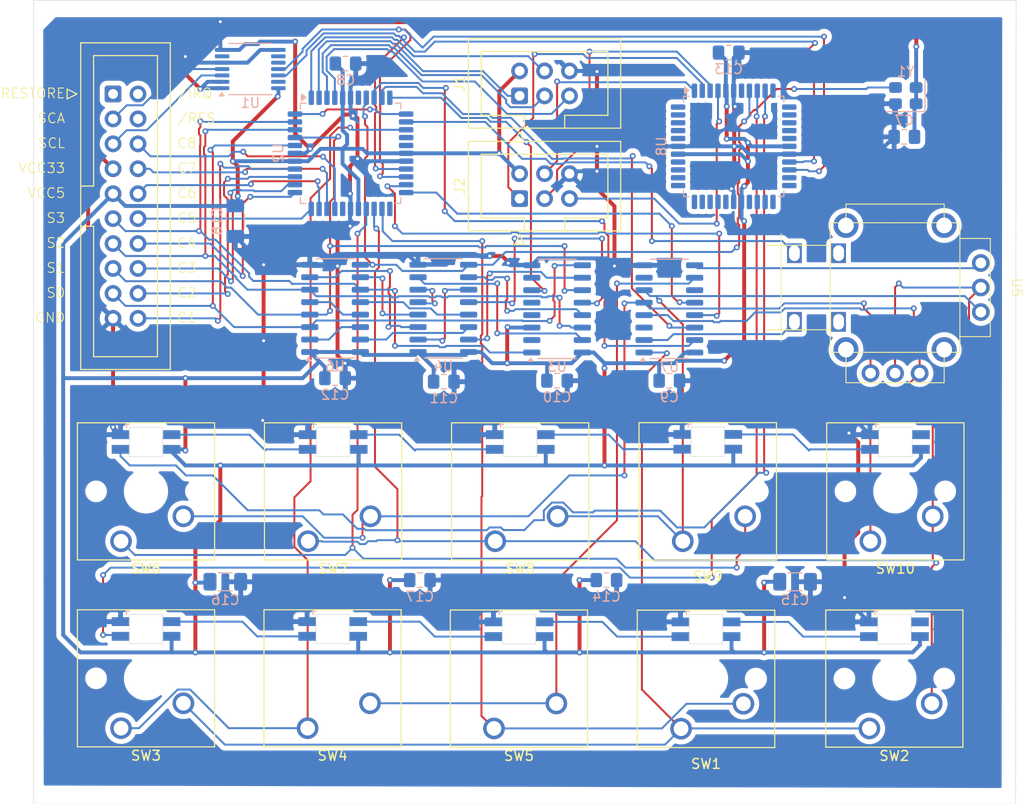
<source format=kicad_pcb>
(kicad_pcb (version 20241229) (generator "pcbnew") (generator_version "9.0")
  (layers (0 "F.Cu" signal) (2 "B.Cu" signal) (13 "F.Paste" user) (15 "B.Paste" user) (5 "F.SilkS" user "F.Silkscreen") (7 "B.SilkS" user "B.Silkscreen") (1 "F.Mask" user) (3 "B.Mask" user) (25 "Edge.Cuts" user))
  (net 0 "")
  (net 3 "C4")
  (net 4 "SDA")
  (net 5 "C3")
  (net 6 "C7")
  (net 7 "S3")
  (net 8 "SCL")
  (net 9 "C8")
  (net 10 "S1")
  (net 11 "C2")
  (net 12 "C6")
  (net 13 "GND")
  (net 16 "S2")
  (net 17 "VCC")
  (net 18 "C1")
  (net 20 "Net-(J1-MISO)")
  (net 21 "S0")
  (net 22 "C5")
  (net 23 "Net-(SW6B-DIN)")
  (net 24 "Net-(SW6B-DOUT)")
  (net 25 "Net-(J1-MOSI)")
  (net 26 "Net-(J1-~{RST})")
  (net 27 "Net-(J1-SCK)")
  (net 28 "Net-(J2-~{RST})")
  (net 29 "Net-(J2-MISO)")
  (net 30 "Net-(J2-MOSI)")
  (net 31 "Net-(J2-SCK)")
  (net 32 "V33")
  (net 33 "Net-(SW1B-DIN)")
  (net 34 "Net-(SW1B-DOUT)")
  (net 35 "Net-(SW3B-DOUT)")
  (net 36 "Net-(SW4B-DOUT)")
  (net 37 "Net-(U2-PC2)")
  (net 38 "Col5")
  (net 39 "Net-(U2-PD0)")
  (net 40 "Col7")
  (net 41 "CLK16M")
  (net 43 "Col2")
  (net 44 "Net-(U2-PB4)")
  (net 45 "Col3")
  (net 46 "Net-(U2-PD1)")
  (net 47 "Col0")
  (net 48 "Net-(U2-PC3)")
  (net 49 "Col4")
  (net 51 "Col6")
  (net 52 "Col1")
  (net 53 "Net-(U2-PD2)")
  (net 84 "Net-(U3-A3)")
  (net 85 "Net-(U3-A0)")
  (net 86 "Net-(U3-A2)")
  (net 87 "Net-(U3-A1)")
  (net 89 "Net-(U4-D5)")
  (net 90 "Net-(U4-D2)")
  (net 91 "Net-(U4-D3)")
  (net 92 "Net-(U4-D1)")
  (net 93 "Net-(U4-D0)")
  (net 94 "Net-(U4-D4)")
  (net 95 "Net-(U6-D5)")
  (net 96 "Net-(U6-D4)")
  (net 97 "Row3")
  (net 98 "Row7")
  (net 99 "Row4")
  (net 100 "Row1")
  (net 101 "Row5")
  (net 102 "Row2")
  (net 103 "Row6")
  (net 104 "Row9")
  (net 105 "Row8")
  (net 106 "Row0")
  (net 107 "Net-(SW7B-DOUT)")
  (net 108 "Net-(SW8B-DOUT)")
  (net 109 "Net-(SW10-DIN)")
  (net 112 "Net-(SW3B-DIN)")
  (net 113 "Net-(J6-SCA)")
  (net 114 "Net-(J6-SCL)")
  (footprint "petkn:SW_Cherry_MX_1.00u_PCB_with_RGB_LED" (layer "F.Cu") (at 99.1108 153.289 180)
    (property "Reference" "SW2")
    (property "Value" "CherryMX_LTST-A683CEGBW")
    (fp_line (start -0.8492 11.6078) (end -4.2492 11.6078) (stroke (width 0.05)) (layer "Edge.Cuts"))
    (fp_line (start -0.8492 8.6078) (end -0.8492 11.6078) (stroke (width 0.05)) (layer "Edge.Cuts"))
    (fp_line (start -4.2492 11.6078) (end -4.2492 8.6078) (stroke (width 0.05)) (layer "Edge.Cuts"))
    (fp_line (start -4.2492 8.6078) (end -0.8492 8.6078) (stroke (width 0.05)) (layer "Edge.Cuts"))
  )
  (footprint "Connector_IDC:IDC-Header_2x03_P2.54mm_Vertical" (layer "F.Cu") (at 63.495 99.3045 90)
    (property "Reference" "J2")
    (property "Value" "AVR-ISP-6")
  )
  (footprint "Connector_IDC:IDC-Header_2x03_P2.54mm_Vertical" (layer "F.Cu") (at 63.495 88.8397 90)
    (property "Reference" "J1")
    (property "Value" "AVR-ISP-6")
  )
  (footprint "petkn:PET_New_Keyboard_Connector" (layer "F.Cu") (at 24.638 98.806)
    (property "Reference" "J6" (hide yes))
    (property "Value" "New_PET_keyboard_connector")
  )
  (footprint "petkn:SW_Cherry_MX_1.00u_PCB_with_RGB_LED" (layer "F.Cu") (at 41.9608 134.2136 180)
    (property "Reference" "SW7")
    (property "Value" "~")
    (fp_line (start -0.8492 11.6078) (end -4.2492 11.6078) (stroke (width 0.05)) (layer "Edge.Cuts"))
    (fp_line (start -0.8492 8.6078) (end -0.8492 11.6078) (stroke (width 0.05)) (layer "Edge.Cuts"))
    (fp_line (start -4.2492 11.6078) (end -4.2492 8.6078) (stroke (width 0.05)) (layer "Edge.Cuts"))
    (fp_line (start -4.2492 8.6078) (end -0.8492 8.6078) (stroke (width 0.05)) (layer "Edge.Cuts"))
  )
  (footprint "petkn:SW_Cherry_MX_1.00u_PCB_with_RGB_LED" (layer "F.Cu") (at 41.91 153.2636 180)
    (property "Reference" "SW4")
    (property "Value" "~")
    (fp_line (start -0.8492 11.6078) (end -4.2492 11.6078) (stroke (width 0.05)) (layer "Edge.Cuts"))
    (fp_line (start -0.8492 8.6078) (end -0.8492 11.6078) (stroke (width 0.05)) (layer "Edge.Cuts"))
    (fp_line (start -4.2492 11.6078) (end -4.2492 8.6078) (stroke (width 0.05)) (layer "Edge.Cuts"))
    (fp_line (start -4.2492 8.6078) (end -0.8492 8.6078) (stroke (width 0.05)) (layer "Edge.Cuts"))
  )
  (footprint "petkn:SW_Cherry_MX_1.00u_PCB_with_RGB_LED" (layer "F.Cu") (at 60.8838 153.289 180)
    (property "Reference" "SW5")
    (property "Value" "~")
    (fp_line (start -0.8492 11.6078) (end -4.2492 11.6078) (stroke (width 0.05)) (layer "Edge.Cuts"))
    (fp_line (start -0.8492 8.6078) (end -0.8492 11.6078) (stroke (width 0.05)) (layer "Edge.Cuts"))
    (fp_line (start -4.2492 11.6078) (end -4.2492 8.6078) (stroke (width 0.05)) (layer "Edge.Cuts"))
    (fp_line (start -4.2492 8.6078) (end -0.8492 8.6078) (stroke (width 0.05)) (layer "Edge.Cuts"))
  )
  (footprint "petkn:SW_Cherry_MX_1.00u_PCB_with_RGB_LED" (layer "F.Cu") (at 22.9108 153.2636 180)
    (property "Reference" "SW3")
    (property "Value" "~")
    (fp_line (start -0.8492 11.6078) (end -4.2492 11.6078) (stroke (width 0.05)) (layer "Edge.Cuts"))
    (fp_line (start -0.8492 8.6078) (end -0.8492 11.6078) (stroke (width 0.05)) (layer "Edge.Cuts"))
    (fp_line (start -4.2492 11.6078) (end -4.2492 8.6078) (stroke (width 0.05)) (layer "Edge.Cuts"))
    (fp_line (start -4.2492 8.6078) (end -0.8492 8.6078) (stroke (width 0.05)) (layer "Edge.Cuts"))
  )
  (footprint "petkn:SW_Cherry_MX_1.00u_PCB_with_RGB_LED" (layer "F.Cu") (at 22.9108 134.2136 180)
    (property "Reference" "SW6")
    (property "Value" "~")
    (fp_line (start -0.8492 11.6078) (end -4.2492 11.6078) (stroke (width 0.05)) (layer "Edge.Cuts"))
    (fp_line (start -0.8492 8.6078) (end -0.8492 11.6078) (stroke (width 0.05)) (layer "Edge.Cuts"))
    (fp_line (start -4.2492 11.6078) (end -4.2492 8.6078) (stroke (width 0.05)) (layer "Edge.Cuts"))
    (fp_line (start -4.2492 8.6078) (end -0.8492 8.6078) (stroke (width 0.05)) (layer "Edge.Cuts"))
  )
  (footprint "petkn:SW_Cherry_MX_1.00u_PCB_with_RGB_LED" (layer "F.Cu") (at 99.2124 134.2136 180)
    (property "Reference" "SW10")
    (property "Value" "CherryMX_LTST-A683CEGBW")
    (fp_line (start -0.8492 11.6078) (end -4.2492 11.6078) (stroke (width 0.05)) (layer "Edge.Cuts"))
    (fp_line (start -0.8492 8.6078) (end -0.8492 11.6078) (stroke (width 0.05)) (layer "Edge.Cuts"))
    (fp_line (start -4.2492 11.6078) (end -4.2492 8.6078) (stroke (width 0.05)) (layer "Edge.Cuts"))
    (fp_line (start -4.2492 8.6078) (end -0.8492 8.6078) (stroke (width 0.05)) (layer "Edge.Cuts"))
  )
  (footprint "petkn:THB Miniature Thumbstick THB001P" (layer "F.Cu") (at 101.7252 108.366 -90)
    (property "Reference" "U5")
    (property "Value" "~")
  )
  (footprint "CherryMX_PCB_LTST-A683CEGBW-Rotated:CherryMX_1.00u_PCB_LTST-A683CEGBW-Rotated" (layer "F.Cu") (at 82.4738 148.2344 180)
    (property "Reference" "SW1")
    (property "Value" "~")
    (fp_line (start 1.7 6.55) (end -1.7 6.55) (stroke (width 0.05)) (layer "Edge.Cuts"))
    (fp_line (start 1.7 3.55) (end 1.7 6.55) (stroke (width 0.05)) (layer "Edge.Cuts"))
    (fp_line (start -1.7 6.55) (end -1.7 3.55) (stroke (width 0.05)) (layer "Edge.Cuts"))
    (fp_line (start -1.7 3.55) (end 1.7 3.55) (stroke (width 0.05)) (layer "Edge.Cuts"))
  )
  (footprint "petkn:SW_Cherry_MX_1.00u_PCB_with_RGB_LED" (layer "F.Cu") (at 61.0108 134.2136 180)
    (property "Reference" "SW8")
    (property "Value" "~")
    (fp_line (start -0.8492 11.6078) (end -4.2492 11.6078) (stroke (width 0.05)) (layer "Edge.Cuts"))
    (fp_line (start -0.8492 8.6078) (end -0.8492 11.6078) (stroke (width 0.05)) (layer "Edge.Cuts"))
    (fp_line (start -4.2492 11.6078) (end -4.2492 8.6078) (stroke (width 0.05)) (layer "Edge.Cuts"))
    (fp_line (start -4.2492 8.6078) (end -0.8492 8.6078) (stroke (width 0.05)) (layer "Edge.Cuts"))
  )
  (footprint "CherryMX_PCB_LTST-A683CEGBW-Rotated:CherryMX_1.00u_PCB_LTST-A683CEGBW-Rotated" (layer "F.Cu") (at 82.6516 129.1336 180)
    (property "Reference" "SW9")
    (property "Value" "~")
    (fp_line (start 1.7 6.55) (end -1.7 6.55) (stroke (width 0.05)) (layer "Edge.Cuts"))
    (fp_line (start 1.7 3.55) (end 1.7 6.55) (stroke (width 0.05)) (layer "Edge.Cuts"))
    (fp_line (start -1.7 6.55) (end -1.7 3.55) (stroke (width 0.05)) (layer "Edge.Cuts"))
    (fp_line (start -1.7 3.55) (end 1.7 3.55) (stroke (width 0.05)) (layer "Edge.Cuts"))
  )
  (footprint "Capacitor_SMD:C_1206_3216Metric_Pad1.33x1.80mm_HandSolder" (layer "B.Cu") (at 33.528 138.346)
    (property "Reference" "C16")
    (property "Value" "100u")
  )
  (footprint "Capacitor_SMD:C_0805_2012Metric_Pad1.18x1.45mm_HandSolder" (layer "B.Cu") (at 45.7708 85.5472)
    (property "Reference" "C8")
    (property "Value" "100n")
  )
  (footprint "Capacitor_SMD:C_1206_3216Metric_Pad1.33x1.80mm_HandSolder" (layer "B.Cu") (at 91.5416 138.346)
    (property "Reference" "C15")
    (property "Value" "100u")
  )
  (footprint "Package_SO:SO-16_3.9x9.9mm_P1.27mm" (layer "B.Cu") (at 78.74 110.5408)
    (property "Reference" "U7")
    (property "Value" "74LS145")
  )
  (footprint "Package_SO:TSSOP-14_4.4x5mm_P0.65mm" (layer "B.Cu") (at 36.068 86.106)
    (property "Reference" "U1")
    (property "Value" "LSF0204Q")
  )
  (footprint "Capacitor_SMD:C_0805_2012Metric_Pad1.18x1.45mm_HandSolder" (layer "B.Cu") (at 53.34 138.176)
    (property "Reference" "C17")
    (property "Value" "100n")
  )
  (footprint "Capacitor_SMD:C_0805_2012Metric_Pad1.18x1.45mm_HandSolder" (layer "B.Cu") (at 102.6668 93.0148 180)
    (property "Reference" "C7")
    (property "Value" "100n")
  )
  (footprint "Capacitor_SMD:C_0805_2012Metric_Pad1.18x1.45mm_HandSolder" (layer "B.Cu") (at 72.3392 138.176)
    (property "Reference" "C14")
    (property "Value" "100n")
  )
  (footprint "Capacitor_SMD:C_0805_2012Metric_Pad1.18x1.45mm_HandSolder" (layer "B.Cu") (at 67.31 117.856)
    (property "Reference" "C10")
    (property "Value" "100n")
  )
  (footprint "Capacitor_SMD:C_0805_2012Metric_Pad1.18x1.45mm_HandSolder" (layer "B.Cu") (at 78.74 117.856)
    (property "Reference" "C9")
    (property "Value" "100n")
  )
  (footprint "Package_QFP:TQFP-44_10x10mm_P0.8mm" (layer "B.Cu") (at 46.2788 94.6912 -90)
    (property "Reference" "U2")
    (property "Value" "ATmega32A-A")
  )
  (footprint "Capacitor_SMD:C_0805_2012Metric_Pad1.18x1.45mm_HandSolder" (layer "B.Cu") (at 44.704 117.602)
    (property "Reference" "C12")
    (property "Value" "100n")
  )
  (footprint "Oscillator:Oscillator_SMD_Abracon_ASE-4Pin_3.2x2.5mm" (layer "B.Cu") (at 102.8192 88.8108 180)
    (property "Reference" "Y1")
    (property "Value" "ASE-xxxMHz")
  )
  (footprint "Capacitor_SMD:C_0805_2012Metric_Pad1.18x1.45mm_HandSolder" (layer "B.Cu") (at 84.7852 84.4296)
    (property "Reference" "C13")
    (property "Value" "100n")
  )
  (footprint "Package_SO:SO-16_3.9x9.9mm_P1.27mm" (layer "B.Cu") (at 67.31 110.5408)
    (property "Reference" "U3")
    (property "Value" "74HCT85")
  )
  (footprint "Package_SO:SO-16_3.9x9.9mm_P1.27mm" (layer "B.Cu") (at 44.704 110.49)
    (property "Reference" "U6")
    (property "Value" "74LS174")
  )
  (footprint "Package_SO:SO-16_3.9x9.9mm_P1.27mm" (layer "B.Cu") (at 55.7276 110.49)
    (property "Reference" "U4")
    (property "Value" "74LS174")
  )
  (footprint "Capacitor_SMD:C_1206_3216Metric_Pad1.33x1.80mm_HandSolder" (layer "B.Cu") (at 34.544 101.6 -90)
    (property "Reference" "C18")
    (property "Value" "100u")
  )
  (footprint "Package_QFP:TQFP-44_10x10mm_P0.8mm" (layer "B.Cu") (at 85.2932 93.98 -90)
    (property "Reference" "U8")
    (property "Value" "ATmega32A-A")
  )
  (footprint "Capacitor_SMD:C_0805_2012Metric_Pad1.18x1.45mm_HandSolder" (layer "B.Cu") (at 55.7784 117.9576)
    (property "Reference" "C11")
    (property "Value" "100n")
  )
  (gr_line (start 114.046 79.0956) (end 114 161) (stroke (width 0.05)) (layer "Edge.Cuts"))
  (gr_line (start 114 161) (end 14 161) (stroke (width 0.05)) (layer "Edge.Cuts"))
  (gr_line (start 14 161) (end 14 79.0956) (stroke (width 0.05)) (layer "Edge.Cuts"))
  (gr_line (start 14.0208 79.0956) (end 114.0208 79.0956) (stroke (width 0.05)) (layer "Edge.Cuts"))
  (segment (start 35.306 107.188) (end 35.306 99.822) (width 0.2) (layer "F.Cu") (net 3))
  (segment (start 36.004607 99.123393) (end 36.068 99.123393) (width 0.2) (layer "F.Cu") (net 3))
  (segment (start 35.306 99.822) (end 36.004607 99.123393) (width 0.2) (layer "F.Cu") (net 3))
  (via (at 36.068 99.123393) (size 0.6) (drill 0.3) (layers "F.Cu" "B.Cu") (net 3))
  (via (at 35.306 107.188) (size 0.6) (drill 0.3) (layers "F.Cu" "B.Cu") (net 3))
  (segment (start 32.004 103.886) (end 35.306 107.188) (width 0.2) (layer "B.Cu") (net 3))
  (segment (start 24.638 103.886) (end 32.004 103.886) (width 0.2) (layer "B.Cu") (net 3))
  (segment (start 40.6163 98.6912) (end 40.184107 99.123393) (width 0.2) (layer "B.Cu") (net 3))
  (segment (start 40.184107 99.123393) (end 36.068 99.123393) (width 0.2) (layer "B.Cu") (net 3))
  (segment (start 49.276 97.028) (end 49.56 96.744) (width 0.2) (layer "F.Cu") (net 4))
  (segment (start 94.488 96.012) (end 93.98 96.52) (width 0.2) (layer "F.Cu") (net 4))
  (segment (start 49.56 95.742761) (end 49.276 95.458761) (width 0.2) (layer "F.Cu") (net 4))
  (segment (start 49.276 90.686004) (end 49.303939 90.658064) (width 0.2) (layer "F.Cu") (net 4))
  (segment (start 49.303939 89.788215) (end 49.276 89.760277) (width 0.2) (layer "F.Cu") (net 4))
  (segment (start 52.363123 82.609586) (end 51.832537 82.079) (width 0.2) (layer "F.Cu") (net 4))
  (segment (start 49.276 86.235187) (end 52.363123 83.148064) (width 0.2) (layer "F.Cu") (net 4))
  (segment (start 51.832537 82.079) (end 51.193012 82.079) (width 0.2) (layer "F.Cu") (net 4))
  (segment (start 49.276 95.458761) (end 49.276 90.686004) (width 0.2) (layer "F.Cu") (net 4))
  (segment (start 94.488 82.804) (end 94.488 96.012) (width 0.2) (layer "F.Cu") (net 4))
  (segment (start 52.363123 83.148064) (end 52.363123 82.609586) (width 0.2) (layer "F.Cu") (net 4))
  (segment (start 49.56 96.744) (end 49.56 95.742761) (width 0.2) (layer "F.Cu") (net 4))
  (segment (start 49.276 89.760277) (end 49.276 86.235187) (width 0.2) (layer "F.Cu") (net 4))
  (segment (start 49.303939 90.658064) (end 49.303939 89.788215) (width 0.2) (layer "F.Cu") (net 4))
  (via (at 93.98 96.52) (size 0.6) (drill 0.3) (layers "F.Cu" "B.Cu") (net 4))
  (via (at 94.488 82.804) (size 0.6) (drill 0.3) (layers "F.Cu" "B.Cu") (net 4))
  (via (at 51.193012 82.079) (size 0.6) (drill 0.3) (layers "F.Cu" "B.Cu") (net 4))
  (via (at 49.276 97.028) (size 0.6) (drill 0.3) (layers "F.Cu" "B.Cu") (net 4))
  (segment (start 92.964 96.52) (end 92.824 96.38) (width 0.2) (layer "B.Cu") (net 4))
  (segment (start 92.824 96.38) (end 90.9557 96.38) (width 0.2) (layer "B.Cu") (net 4))
  (segment (start 41.402 84.328) (end 41.402 84.036744) (width 0.2) (layer "B.Cu") (net 4))
  (segment (start 41.402 84.036744) (end 43.366745 82.072) (width 0.2) (layer "B.Cu") (net 4))
  (segment (start 93.98 96.52) (end 92.964 96.52) (width 0.2) (layer "B.Cu") (net 4))
  (segment (start 51.762599 82.079) (end 51.193012 82.079) (width 0.2) (layer "B.Cu") (net 4))
  (segment (start 94.488 82.804) (end 54.735599 82.804) (width 0.2) (layer "B.Cu") (net 4))
  (segment (start 50.923649 82.072) (end 50.764197 82.072) (width 0.2) (layer "B.Cu") (net 4))
  (segment (start 53.611599 83.928) (end 51.762599 82.079) (width 0.2) (layer "B.Cu") (net 4))
  (segment (start 38.9305 86.106) (end 39.624 86.106) (width 0.2) (layer "B.Cu") (net 4))
  (segment (start 43.366745 82.072) (end 50.703915 82.072) (width 0.2) (layer "B.Cu") (net 4))
  (segment (start 54.735599 82.804) (end 53.611599 83.928) (width 0.2) (layer "B.Cu") (net 4))
  (segment (start 49.3392 97.0912) (end 51.9413 97.0912) (width 0.2) (layer "B.Cu") (net 4))
  (segment (start 49.276 97.028) (end 49.3392 97.0912) (width 0.2) (layer "B.Cu") (net 4))
  (segment (start 39.624 86.106) (end 41.402 84.328) (width 0.2) (layer "B.Cu") (net 4))
  (segment (start 34.112946 107.722949) (end 34.29 107.545895) (width 0.2) (layer "F.Cu") (net 5))
  (segment (start 34.102023 107.722949) (end 34.112946 107.722949) (width 0.2) (layer "F.Cu") (net 5))
  (segment (start 34.29 99.471239) (end 34.148 99.329239) (width 0.2) (layer "F.Cu") (net 5))
  (segment (start 34.148 99.329239) (end 34.148 98.814821) (width 0.2) (layer "F.Cu") (net 5))
  (segment (start 34.29 107.545895) (end 34.29 99.471239) (width 0.2) (layer "F.Cu") (net 5))
  (segment (start 34.148 98.814821) (end 34.048 98.714821) (width 0.2) (layer "F.Cu") (net 5))
  (via (at 34.102023 107.722949) (size 0.6) (drill 0.3) (layers "F.Cu" "B.Cu") (net 5))
  (via (at 34.048 98.714821) (size 0.6) (drill 0.3) (layers "F.Cu" "B.Cu") (net 5))
  (segment (start 32.805074 106.426) (end 34.102023 107.722949) (width 0.2) (layer "B.Cu") (net 5))
  (segment (start 39.878801 97.8912) (end 39.218001 98.552) (width 0.2) (layer "B.Cu") (net 5))
  (segment (start 34.352821 98.41) (end 34.048 98.714821) (width 0.2) (layer "B.Cu") (net 5))
  (segment (start 24.638 106.426) (end 32.805074 106.426) (width 0.2) (layer "B.Cu") (net 5))
  (segment (start 35.067239 98.41) (end 34.352821 98.41) (width 0.2) (layer "B.Cu") (net 5))
  (segment (start 36.479239 98.552) (end 36.400613 98.473374) (width 0.2) (layer "B.Cu") (net 5))
  (segment (start 35.130613 98.473374) (end 35.067239 98.41) (width 0.2) (layer "B.Cu") (net 5))
  (segment (start 40.6163 97.8912) (end 39.878801 97.8912) (width 0.2) (layer "B.Cu") (net 5))
  (segment (start 36.400613 98.473374) (end 35.130613 98.473374) (width 0.2) (layer "B.Cu") (net 5))
  (segment (start 39.218001 98.552) (end 36.479239 98.552) (width 0.2) (layer "B.Cu") (net 5))
  (segment (start 35.548 96.434622) (end 35.548 96.604331) (width 0.2) (layer "F.Cu") (net 6))
  (segment (start 43.434 96.266) (end 35.716622 96.266) (width 0.2) (layer "F.Cu") (net 6))
  (segment (start 35.716622 96.266) (end 35.548 96.434622) (width 0.2) (layer "F.Cu") (net 6))
  (via (at 43.434 96.266) (size 0.6) (drill 0.3) (layers "F.Cu" "B.Cu") (net 6))
  (via (at 35.548 96.604331) (size 0.6) (drill 0.3) (layers "F.Cu" "B.Cu") (net 6))
  (segment (start 43.434 96.266) (end 43.8788 96.7108) (width 0.2) (layer "B.Cu") (net 6))
  (segment (start 24.638 96.266) (end 25.840081 96.266) (width 0.2) (layer "B.Cu") (net 6))
  (segment (start 35.520331 96.632) (end 35.548 96.604331) (width 0.2) (layer "B.Cu") (net 6))
  (segment (start 43.8788 96.7108) (end 43.8788 100.3537) (width 0.2) (layer "B.Cu") (net 6))
  (segment (start 25.840081 96.266) (end 26.206081 96.632) (width 0.2) (layer "B.Cu") (net 6))
  (segment (start 26.206081 96.632) (end 35.520331 96.632) (width 0.2) (layer "B.Cu") (net 6))
  (segment (start 50.8 108.712) (end 50.8 114.3) (width 0.2) (layer "F.Cu") (net 7))
  (segment (start 30.954 94.922925) (end 30.988 94.956924) (width 0.2) (layer "F.Cu") (net 7))
  (segment (start 30.988 93.877075) (end 30.954 93.911076) (width 0.2) (layer "F.Cu") (net 7))
  (segment (start 30.846 92.186761) (end 30.846 92.725239) (width 0.2) (layer "F.Cu") (net 7))
  (segment (start 30.988 94.956924) (end 30.988 102.474) (width 0.2) (layer "F.Cu") (net 7))
  (segment (start 30.846 92.725239) (end 30.988 92.867239) (width 0.2) (layer "F.Cu") (net 7))
  (segment (start 30.988 92.044761) (end 30.846 92.186761) (width 0.2) (layer "F.Cu") (net 7))
  (segment (start 30.988 91.44) (end 30.988 92.044761) (width 0.2) (layer "F.Cu") (net 7))
  (segment (start 30.988 92.867239) (end 30.988 93.877075) (width 0.2) (layer "F.Cu") (net 7))
  (segment (start 30.954 93.911076) (end 30.954 94.922925) (width 0.2) (layer "F.Cu") (net 7))
  (segment (start 30.988 102.474) (end 30.846 102.616) (width 0.2) (layer "F.Cu") (net 7))
  (via (at 50.8 108.712) (size 0.6) (drill 0.3) (layers "F.Cu" "B.Cu") (net 7))
  (via (at 50.8 114.3) (size 0.6) (drill 0.3) (layers "F.Cu" "B.Cu") (net 7))
  (via (at 30.846 102.616) (size 0.6) (drill 0.3) (layers "F.Cu" "B.Cu") (net 7))
  (via (at 30.988 91.44) (size 0.6) (drill 0.3) (layers "F.Cu" "B.Cu") (net 7))
  (segment (start 31.0392 91.4912) (end 30.988 91.44) (width 0.2) (layer "B.Cu") (net 7))
  (segment (start 40.0304 107.696) (end 36.379685 107.696) (width 0.2) (layer "B.Cu") (net 7))
  (segment (start 36.379685 107.696) (end 35.956 107.272315) (width 0.2) (layer "B.Cu") (net 7))
  (segment (start 60.472561 114.9858) (end 64.735 114.9858) (width 0.2) (layer "B.Cu") (net 7))
  (segment (start 55.356761 114.442) (end 55.895239 114.442) (width 0.2) (layer "B.Cu") (net 7))
  (segment (start 32.523239 103.486) (end 31.858 103.486) (width 0.2) (layer "B.Cu") (net 7))
  (segment (start 47.279 108.585) (end 46.678 107.984) (width 0.2) (layer "B.Cu") (net 7))
  (segment (start 40.6163 91.4912) (end 31.0392 91.4912) (width 0.2) (layer "B.Cu") (net 7))
  (segment (start 50.673 108.585) (end 50.8 108.712) (width 0.2) (layer "B.Cu") (net 7))
  (segment (start 50.8 114.3) (end 50.8168 114.3168) (width 0.2) (layer "B.Cu") (net 7))
  (segment (start 23.368 102.616) (end 30.846 102.616) (width 0.2) (layer "B.Cu") (net 7))
  (segment (start 40.3606 108.0262) (end 40.0304 107.696) (width 0.2) (layer "B.Cu") (net 7))
  (segment (start 55.895239 114.442) (end 56.020439 114.3168) (width 0.2) (layer "B.Cu") (net 7))
  (segment (start 35.956 106.918761) (end 32.523239 103.486) (width 0.2) (layer "B.Cu") (net 7))
  (segment (start 40.4028 107.984) (end 40.3606 108.0262) (width 0.2) (layer "B.Cu") (net 7))
  (segment (start 22.098 101.346) (end 23.368 102.616) (width 0.2) (layer "B.Cu") (net 7))
  (segment (start 46.678 107.984) (end 40.4028 107.984) (width 0.2) (layer "B.Cu") (net 7))
  (segment (start 56.020439 114.3168) (end 59.803561 114.3168) (width 0.2) (layer "B.Cu") (net 7))
  (segment (start 47.279 108.585) (end 50.673 108.585) (width 0.2) (layer "B.Cu") (net 7))
  (segment (start 30.988 102.616) (end 30.846 102.616) (width 0.2) (layer "B.Cu") (net 7))
  (segment (start 35.956 107.272315) (end 35.956 106.918761) (width 0.2) (layer "B.Cu") (net 7))
  (segment (start 50.8168 114.3168) (end 55.231561 114.3168) (width 0.2) (layer "B.Cu") (net 7))
  (segment (start 55.231561 114.3168) (end 55.356761 114.442) (width 0.2) (layer "B.Cu") (net 7))
  (segment (start 59.803561 114.3168) (end 60.472561 114.9858) (width 0.2) (layer "B.Cu") (net 7))
  (segment (start 31.858 103.486) (end 30.988 102.616) (width 0.2) (layer "B.Cu") (net 7))
  (segment (start 93.472 86.868) (end 92.964 86.36) (width 0.2) (layer "F.Cu") (net 8))
  (segment (start 48.768 96.172016) (end 48.768 90.628318) (width 0.2) (layer "F.Cu") (net 8))
  (segment (start 48.837184 96.2412) (end 48.768 96.172016) (width 0.2) (layer "F.Cu") (net 8))
  (segment (start 92.964 84.063634) (end 93.573634 83.454) (width 0.2) (layer "F.Cu") (net 8))
  (segment (start 48.903939 90.492379) (end 48.903939 89.953901) (width 0.2) (layer "F.Cu") (net 8))
  (segment (start 48.768 85.823948) (end 51.713123 82.878825) (width 0.2) (layer "F.Cu") (net 8))
  (segment (start 92.964 86.36) (end 92.964 84.063634) (width 0.2) (layer "F.Cu") (net 8))
  (segment (start 93.472 95.504) (end 93.472 86.868) (width 0.2) (layer "F.Cu") (net 8))
  (segment (start 48.768 89.817962) (end 48.768 85.823948) (width 0.2) (layer "F.Cu") (net 8))
  (segment (start 48.903939 89.953901) (end 48.768 89.817962) (width 0.2) (layer "F.Cu") (net 8))
  (segment (start 48.768 90.628318) (end 48.903939 90.492379) (width 0.2) (layer "F.Cu") (net 8))
  (via (at 48.837184 96.2412) (size 0.6) (drill 0.3) (layers "F.Cu" "B.Cu") (net 8))
  (via (at 93.573634 83.454) (size 0.6) (drill 0.3) (layers "F.Cu" "B.Cu") (net 8))
  (via (at 93.472 95.504) (size 0.6) (drill 0.3) (layers "F.Cu" "B.Cu") (net 8))
  (via (at 51.713123 82.878825) (size 0.6) (drill 0.3) (layers "F.Cu" "B.Cu") (net 8))
  (segment (start 51.209744 82.729) (end 52.808744 84.328) (width 0.2) (layer "B.Cu") (net 8))
  (segment (start 51.217435 82.733863) (end 51.53776 83.054188) (width 0.2) (layer "B.Cu") (net 8))
  (segment (start 41.802 84.205258) (end 43.533259 82.474) (width 0.2) (layer "B.Cu") (net 8))
  (segment (start 41.802 84.69) (end 41.802 84.205258) (width 0.2) (layer "B.Cu") (net 8))
  (segment (start 39.736 86.756) (end 41.802 84.69) (width 0.2) (layer "B.Cu") (net 8))
  (segment (start 92.456 95.504) (end 92.38 95.58) (width 0.2) (layer "B.Cu") (net 8))
  (segment (start 52.808744 84.328) (end 53.848 84.328) (width 0.2) (layer "B.Cu") (net 8))
  (segment (start 92.38 95.58) (end 90.9557 95.58) (width 0.2) (layer "B.Cu") (net 8))
  (segment (start 51.9413 96.2912) (end 48.887184 96.2912) (width 0.2) (layer "B.Cu") (net 8))
  (segment (start 53.848 84.328) (end 54.864 83.312) (width 0.2) (layer "B.Cu") (net 8))
  (segment (start 50.923773 82.729) (end 51.209744 82.729) (width 0.2) (layer "B.Cu") (net 8))
  (segment (start 51.53776 83.054188) (end 51.713123 82.878825) (width 0.2) (layer "B.Cu") (net 8))
  (segment (start 43.533259 82.474) (end 50.668773 82.474) (width 0.2) (layer "B.Cu") (net 8))
  (segment (start 93.472 95.504) (end 92.456 95.504) (width 0.2) (layer "B.Cu") (net 8))
  (segment (start 54.864 83.312) (end 93.431634 83.312) (width 0.2) (layer "B.Cu") (net 8))
  (segment (start 93.431634 83.312) (end 93.573634 83.454) (width 0.2) (layer "B.Cu") (net 8))
  (segment (start 50.668773 82.474) (end 50.923773 82.729) (width 0.2) (layer "B.Cu") (net 8))
  (segment (start 38.9305 86.756) (end 39.736 86.756) (width 0.2) (layer "B.Cu") (net 8))
  (segment (start 48.887184 96.2912) (end 48.837184 96.2412) (width 0.2) (layer "B.Cu") (net 8))
  (segment (start 35.352018 94.529414) (end 35.818604 94.996) (width 0.2) (layer "F.Cu") (net 9))
  (segment (start 35.818604 94.996) (end 43.440127 94.996) (width 0.2) (layer "F.Cu") (net 9))
  (segment (start 43.440127 94.996) (end 43.480405 95.036278) (width 0.2) (layer "F.Cu") (net 9))
  (via (at 43.480405 95.036278) (size 0.6) (drill 0.3) (layers "F.Cu" "B.Cu") (net 9))
  (via (at 35.352018 94.529414) (size 0.6) (drill 0.3) (layers "F.Cu" "B.Cu") (net 9))
  (segment (start 33.878761 94.996) (end 34.345347 94.529414) (width 0.2) (layer "B.Cu") (net 9))
  (segment (start 34.345347 94.529414) (end 35.352018 94.529414) (width 0.2) (layer "B.Cu") (net 9))
  (segment (start 44.6788 100.3537) (end 44.6788 96.234673) (width 0.2) (layer "B.Cu") (net 9))
  (segment (start 44.6788 96.234673) (end 43.480405 95.036278) (width 0.2) (layer "B.Cu") (net 9))
  (segment (start 25.908 94.996) (end 33.878761 94.996) (width 0.2) (layer "B.Cu") (net 9))
  (segment (start 24.638 93.726) (end 25.908 94.996) (width 0.2) (layer "B.Cu") (net 9))
  (segment (start 44.196 99.625686) (end 44.596 99.225686) (width 0.2) (layer "F.Cu") (net 10))
  (segment (start 44.196 110.744) (end 44.196 104.14) (width 0.2) (layer "F.Cu") (net 10))
  (segment (start 68.072 108.712) (end 68.072 104.14) (width 0.2) (layer "F.Cu") (net 10))
  (segment (start 44.196 104.14) (end 44.196 99.625686) (width 0.2) (layer "F.Cu") (net 10))
  (segment (start 44.596 93.424431) (end 45.034208 92.986223) (width 0.2) (layer "F.Cu") (net 10))
  (segment (start 44.596 99.225686) (end 44.596 93.424431) (width 0.2) (layer "F.Cu") (net 10))
  (via (at 68.072 104.14) (size 0.6) (drill 0.3) (layers "F.Cu" "B.Cu") (net 10))
  (via (at 44.196 110.744) (size 0.6) (drill 0.3) (layers "F.Cu" "B.Cu") (net 10))
  (via (at 44.196 104.14) (size 0.6) (drill 0.3) (layers "F.Cu" "B.Cu") (net 10))
  (via (at 45.034208 92.986223) (size 0.6) (drill 0.3) (layers "F.Cu" "B.Cu") (net 10))
  (via (at 68.072 108.712) (size 0.6) (drill 0.3) (layers "F.Cu" "B.Cu") (net 10))
  (segment (start 43.815 111.125) (end 44.196 110.744) (width 0.2) (layer "B.Cu") (net 10))
  (segment (start 23.3934 107.7214) (end 22.098 106.426) (width 0.2) (layer "B.Cu") (net 10))
  (segment (start 59.278761 104.14) (end 44.196 104.14) (width 0.2) (layer "B.Cu") (net 10))
  (segment (start 33.0454 107.7214) (end 23.3934 107.7214) (width 0.2) (layer "B.Cu") (net 10))
  (segment (start 34.108188 108.372949) (end 33.696949 108.372949) (width 0.2) (layer "B.Cu") (net 10))
  (segment (start 69.885 108.6358) (end 68.1482 108.6358) (width 0.2) (layer "B.Cu") (net 10))
  (segment (start 59.959239 104.282) (end 59.420761 104.282) (width 0.2) (layer "B.Cu") (net 10))
  (segment (start 33.696949 108.372949) (end 33.0454 107.7214) (width 0.2) (layer "B.Cu") (net 10))
  (segment (start 68.1482 108.6358) (end 68.072 108.712) (width 0.2) (layer "B.Cu") (net 10))
  (segment (start 60.101239 104.14) (end 59.959239 104.282) (width 0.2) (layer "B.Cu") (net 10))
  (segment (start 42.129 111.125) (end 43.815 111.125) (width 0.2) (layer "B.Cu") (net 10))
  (segment (start 42.129 111.125) (end 36.860239 111.125) (width 0.2) (layer "B.Cu") (net 10))
  (segment (start 40.6163 93.0912) (end 44.929231 93.0912) (width 0.2) (layer "B.Cu") (net 10))
  (segment (start 59.420761 104.282) (end 59.278761 104.14) (width 0.2) (layer "B.Cu") (net 10))
  (segment (start 68.072 104.14) (end 60.101239 104.14) (width 0.2) (layer "B.Cu") (net 10))
  (segment (start 44.929231 93.0912) (end 45.034208 92.986223) (width 0.2) (layer "B.Cu") (net 10))
  (segment (start 36.860239 111.125) (end 34.108188 108.372949) (width 0.2) (layer "B.Cu") (net 10))
  (segment (start 33.748 99.494925) (end 33.782 99.528925) (width 0.2) (layer "F.Cu") (net 11))
  (segment (start 33.748 99.330821) (end 33.748 99.494925) (width 0.2) (layer "F.Cu") (net 11))
  (segment (start 33.398 97.666) (end 33.398 98.980821) (width 0.2) (layer "F.Cu") (net 11))
  (segment (start 33.398 98.980821) (end 33.748 99.330821) (width 0.2) (layer "F.Cu") (net 11))
  (segment (start 33.782 97.282) (end 33.398 97.666) (width 0.2) (layer "F.Cu") (net 11))
  (segment (start 33.498048 107.314713) (end 33.498048 108.741301) (width 0.2) (layer "F.Cu") (net 11))
  (segment (start 33.782 107.030761) (end 33.498048 107.314713) (width 0.2) (layer "F.Cu") (net 11))
  (segment (start 33.498048 108.741301) (end 33.777326 109.020579) (width 0.2) (layer "F.Cu") (net 11))
  (segment (start 33.782 99.528925) (end 33.782 107.030761) (width 0.2) (layer "F.Cu") (net 11))
  (via (at 33.777326 109.020579) (size 0.6) (drill 0.3) (layers "F.Cu" "B.Cu") (net 11))
  (via (at 33.782 97.282) (size 0.6) (drill 0.3) (layers "F.Cu" "B.Cu") (net 11))
  (segment (start 33.722747 108.966) (end 33.777326 109.020579) (width 0.2) (layer "B.Cu") (net 11))
  (segment (start 35.98037 97.0912) (end 40.6163 97.0912) (width 0.2) (layer "B.Cu") (net 11))
  (segment (start 35.78957 97.282) (end 35.98037 97.0912) (width 0.2) (layer "B.Cu") (net 11))
  (segment (start 33.782 97.282) (end 35.78957 97.282) (width 0.2) (layer "B.Cu") (net 11))
  (segment (start 24.638 108.966) (end 33.722747 108.966) (width 0.2) (layer "B.Cu") (net 11))
  (segment (start 36.131355 97.629884) (end 36.131355 97.823393) (width 0.2) (layer "F.Cu") (net 12))
  (segment (start 36.225239 97.536) (end 36.131355 97.629884) (width 0.2) (layer "F.Cu") (net 12))
  (segment (start 42.926 97.536) (end 36.225239 97.536) (width 0.2) (layer "F.Cu") (net 12))
  (via (at 36.131355 97.823393) (size 0.6) (drill 0.3) (layers "F.Cu" "B.Cu") (net 12))
  (via (at 42.926 97.536) (size 0.6) (drill 0.3) (layers "F.Cu" "B.Cu") (net 12))
  (segment (start 42.926 97.536) (end 42.926 98.044) (width 0.2) (layer "B.Cu") (net 12))
  (segment (start 24.638 98.806) (end 25.512 97.932) (width 0.2) (layer "B.Cu") (net 12))
  (segment (start 25.512 97.932) (end 36.022748 97.932) (width 0.2) (layer "B.Cu") (net 12))
  (segment (start 42.926 98.044) (end 43.0788 98.1968) (width 0.2) (layer "B.Cu") (net 12))
  (segment (start 43.0788 98.1968) (end 43.0788 100.3537) (width 0.2) (layer "B.Cu") (net 12))
  (segment (start 36.022748 97.932) (end 36.131355 97.823393) (width 0.2) (layer "B.Cu") (net 12))
  (segment (start 61.722 105.156) (end 62.342 105.776) (width 0.4) (layer "F.Cu") (net 13))
  (segment (start 46.731611 90.87314) (end 46.535816 90.87314) (width 0.4) (layer "F.Cu") (net 13))
  (segment (start 71.374 93.98) (end 71.374 96.52) (width 0.4) (layer "F.Cu") (net 13))
  (segment (start 46.99 95.25) (end 46.99 91.131529) (width 0.4) (layer "F.Cu") (net 13))
  (segment (start 44.958 106.172) (end 44.958 103.378) (width 0.4) (layer "F.Cu") (net 13))
  (segment (start 19.558 86.106) (end 24.384 81.28) (width 0.4) (layer "F.Cu") (net 13))
  (segment (start 45.655506 90.742494) (end 46.40517 90.742494) (width 0.4) (layer "F.Cu") (net 13))
  (segment (start 85.344 93.98) (end 85.344 90.004003) (width 0.4) (layer "F.Cu") (net 13))
  (segment (start 40.64 83.312) (end 40.64 92.71) (width 0.4) (layer "F.Cu") (net 13))
  (segment (start 19.558 108.966) (end 19.558 86.106) (width 0.4) (layer "F.Cu") (net 13))
  (segment (start 46.40517 90.742494) (end 46.535816 90.87314) (width 0.4) (layer "F.Cu") (net 13))
  (segment (start 71.374 98.298) (end 73.152 100.076) (width 0.4) (layer "F.Cu") (net 13))
  (segment (start 60.452 105.156) (end 61.722 105.156) (width 0.4) (layer "F.Cu") (net 13))
  (segment (start 37.4265 121.8163) (end 37.338 121.9048) (width 0.4) (layer "F.Cu") (net 13))
  (segment (start 97.028 123.19) (end 97.9734 124.1354) (width 0.4) (layer "F.Cu") (net 13))
  (segment (start 22.098 111.506) (end 19.558 108.966) (width 0.4) (layer "F.Cu") (net 13))
  (segment (start 40.64 92.71) (end 42.164 94.234) (width 0.4) (layer "F.Cu") (net 13))
  (segment (start 37.4265 106.045) (end 37.4265 113.792) (width 0.4) (layer "F.Cu") (net 13))
  (segment (start 37.4265 113.792) (end 37.4265 121.8163) (width 0.4) (layer "F.Cu") (net 13))
  (segment (start 62.342 105.776) (end 62.342 105.881311) (width 0.4) (layer "F.Cu") (net 13))
  (segment (start 71.374 96.52) (end 71.374 98.298) (width 0.4) (layer "F.Cu") (net 13))
  (segment (start 73.152 100.076) (end 73.152 106.172) (width 0.4) (layer "F.Cu") (net 13))
  (segment (start 97.9734 133.329865) (end 96.5828 134.720465) (width 0.4) (layer "F.Cu") (net 13))
  (segment (start 22.098 111.506) (end 22.098 122.5938) (width 0.4) (layer "F.Cu") (net 13))
  (segment (start 85.344 93.98) (end 85.344 97.433655) (width 0.4) (layer "F.Cu") (net 13))
  (segment (start 46.99 91.131529) (end 46.731611 90.87314) (width 0.4) (layer "F.Cu") (net 13))
  (segment (start 85.344 90.004003) (end 85.432003 89.916) (width 0.4) (layer "F.Cu") (net 13))
  (segment (start 85.344 97.433655) (end 85.06 97.717655) (width 0.4) (layer "F.Cu") (net 13))
  (segment (start 46.228 96.012) (end 46.99 95.25) (width 0.4) (layer "F.Cu") (net 13))
  (segment (start 46.228 98.806) (end 46.228 96.012) (width 0.4) (layer "F.Cu") (net 13))
  (segment (start 44.958 115.316) (end 44.958 106.172) (width 0.4) (layer "F.Cu") (net 13))
  (segment (start 97.9734 124.1354) (end 97.9734 133.329865) (width 0.4) (layer "F.Cu") (net 13))
  (segment (start 45.72 116.078) (end 44.958 115.316) (width 0.4) (layer "F.Cu") (net 13))
  (segment (start 96.5828 134.720465) (end 96.5828 139.954) (width 0.4) (layer "F.Cu") (net 13))
  (segment (start 85.06 97.717655) (end 85.06 98.30739) (width 0.4) (layer "F.Cu") (net 13))
  (segment (start 24.384 81.28) (end 33.02 81.28) (width 0.4) (layer "F.Cu") (net 13))
  (segment (start 71.374 86.36) (end 71.374 93.98) (width 0.4) (layer "F.Cu") (net 13))
  (segment (start 42.164 94.234) (end 45.655506 90.742494) (width 0.4) (layer "F.Cu") (net 13))
  (segment (start 44.958 103.378) (end 46.228 102.108) (width 0.4) (layer "F.Cu") (net 13))
  (via (at 37.4265 113.792) (size 0.6) (drill 0.3) (layers "F.Cu" "B.Cu") (net 13))
  (via (at 60.452 105.156) (size 0.6) (drill 0.3) (layers "F.Cu" "B.Cu") (net 13))
  (via (at 73.152 106.172) (size 0.6) (drill 0.3) (layers "F.Cu" "B.Cu") (net 13))
  (via (at 85.344 93.98) (size 0.6) (drill 0.3) (layers "F.Cu" "B.Cu") (net 13))
  (via (at 44.958 106.172) (size 0.6) (drill 0.3) (layers "F.Cu" "B.Cu") (net 13))
  (via (at 96.5828 139.954) (size 0.6) (drill 0.3) (layers "F.Cu" "B.Cu") (net 13))
  (via (at 37.338 121.9048) (size 0.6) (drill 0.3) (layers "F.Cu" "B.Cu") (net 13))
  (via (at 62.342 105.881311) (size 0.6) (drill 0.3) (layers "F.Cu" "B.Cu") (net 13))
  (via (at 22.098 122.5938) (size 0.6) (drill 0.3) (layers "F.Cu" "B.Cu") (net 13))
  (via (at 33.02 81.28) (size 0.6) (drill 0.3) (layers "F.Cu" "B.Cu") (net 13))
  (via (at 46.535816 90.87314) (size 0.6) (drill 0.3) (layers "F.Cu" "B.Cu") (net 13))
  (via (at 42.164 94.234) (size 0.6) (drill 0.3) (layers "F.Cu" "B.Cu") (net 13))
  (via (at 71.374 96.52) (size 0.6) (drill 0.3) (layers "F.Cu" "B.Cu") (net 13))
  (via (at 46.99 95.25) (size 0.6) (drill 0.3) (layers "F.Cu" "B.Cu") (net 13))
  (via (at 45.72 116.078) (size 0.6) (drill 0.3) (layers "F.Cu" "B.Cu") (net 13))
  (via (at 46.228 98.806) (size 0.6) (drill 0.3) (layers "F.Cu" "B.Cu") (net 13))
  (via (at 97.028 123.19) (size 0.6) (drill 0.3) (layers "F.Cu" "B.Cu") (net 13))
  (via (at 40.64 83.312) (size 0.6) (drill 0.3) (layers "F.Cu" "B.Cu") (net 13))
  (via (at 85.432003 89.916) (size 0.6) (drill 0.3) (layers "F.Cu" "B.Cu") (net 13))
  (via (at 71.374 86.36) (size 0.6) (drill 0.3) (layers "F.Cu" "B.Cu") (net 13))
  (via (at 71.374 93.98) (size 0.6) (drill 0.3) (layers "F.Cu" "B.Cu") (net 13))
  (via (at 46.228 102.108) (size 0.6) (drill 0.3) (layers "F.Cu" "B.Cu") (net 13))
  (via (at 37.4265 106.045) (size 0.6) (drill 0.3) (layers "F.Cu" "B.Cu") (net 13))
  (via (at 85.06 98.30739) (size 0.6) (drill 0.3) (layers "F.Cu" "B.Cu") (net 13))
  (segment (start 52.2636 105.156) (end 53.1526 106.045) (width 0.4) (layer "B.Cu") (net 13))
  (segment (start 41.91 121.9048) (end 45.974 121.9048) (width 0.4) (layer "B.Cu") (net 13))
  (segment (start 45.974 121.9048) (end 56.642 121.9048) (width 0.4) (layer "B.Cu") (net 13))
  (segment (start 79.8738 142.4344) (end 79.8738 140.3258) (width 0.4) (layer "B.Cu") (net 13))
  (segment (start 56.896 105.156) (end 60.452 105.156) (width 0.4) (layer "B.Cu") (net 13))
  (segment (start 85.2932 89.777197) (end 85.432003 89.916) (width 0.4) (layer "B.Cu") (net 13))
  (segment (start 79.502 139.954) (end 93.218 139.954) (width 0.4) (layer "B.Cu") (net 13))
  (segment (start 46.2788 89.0287) (end 46.2788 90.616124) (width 0.4) (layer "B.Cu") (net 13))
  (segment (start 61.214 121.9048) (end 68.58 121.9048) (width 0.4) (layer "B.Cu") (net 13))
  (segment (start 34.97 84.156) (end 35.56 83.566) (width 0.4) (layer "B.Cu") (net 13))
  (segment (start 79.8738 140.3258) (end 79.502 139.954) (width 0.4) (layer "B.Cu") (net 13))
  (segment (start 56.007 106.045) (end 56.896 105.156) (width 0.4) (layer "B.Cu") (net 13))
  (segment (start 73.152 139.954) (end 79.502 139.954) (width 0.4) (layer "B.Cu") (net 13))
  (segment (start 76.0888 106.172) (end 76.165 106.0958) (width 0.4) (layer "B.Cu") (net 13))
  (segment (start 41.8592 142.4058) (end 41.8592 140.2588) (width 0.4) (layer "B.Cu") (net 13))
  (segment (start 23.461 121.9048) (end 37.338 121.9048) (width 0.4) (layer "B.Cu") (net 13))
  (segment (start 44.958 106.172) (end 42.256 106.172) (width 0.4) (layer "B.Cu") (net 13))
  (segment (start 46.2788 100.3537) (end 46.2788 98.8568) (width 0.4) (layer "B.Cu") (net 13))
  (segment (start 45.7415 117.602) (end 45.7415 116.0995) (width 0.4) (layer "B.Cu") (net 13))
  (segment (start 60.706 139.954) (end 73.152 139.954) (width 0.4) (layer "B.Cu") (net 13))
  (segment (start 45.7415 116.0995) (end 45.72 116.078) (width 0.4) (layer "B.Cu") (net 13))
  (segment (start 97.1938 123.3558) (end 97.028 123.19) (width 0.4) (layer "B.Cu") (net 13))
  (segment (start 22.86 123.3558) (end 22.098 122.5938) (width 0.4) (layer "B.Cu") (net 13))
  (segment (start 37.084 83.312) (end 40.64 83.312) (width 0.4) (layer "B.Cu") (net 13))
  (segment (start 46.2788 87.3252) (end 46.8083 86.7957) (width 0.4) (layer "B.Cu") (net 13))
  (segment (start 22.098 111.506) (end 24.13 113.538) (width 0.4) (layer "B.Cu") (net 13))
  (segment (start 96.5828 139.954) (end 99.06 142.4312) (width 0.4) (layer "B.Cu") (net 13))
  (segment (start 22.86 140.208) (end 22.606 139.954) (width 0.4) (layer "B.Cu") (net 13))
  (segment (start 45.974 105.156) (end 52.2636 105.156) (width 0.4) (layer "B.Cu") (net 13))
  (segment (start 73.3767 139.7293) (end 73.152 139.954) (width 0.4) (layer "B.Cu") (net 13))
  (segment (start 35.306 139.954) (end 42.164 139.954) (width 0.4) (layer "B.Cu") (net 13))
  (segment (start 46.2788 89.0287) (end 46.2788 87.3252) (width 0.4) (layer "B.Cu") (net 13))
  (segment (start 22.606 139.954) (end 35.306 139.954) (width 0.4) (layer "B.Cu") (net 13))
  (segment (start 86.065528 93.98) (end 85.344 93.98) (width 0.4) (layer "B.Cu") (net 13))
  (segment (start 37.1725 113.538) (end 37.4265 113.792) (width 0.4) (layer "B.Cu") (net 13))
  (segment (start 35.0905 138.346) (end 35.0905 139.7385) (width 0.4) (layer "B.Cu") (net 13))
  (segment (start 46.8083 86.7957) (end 46.8083 85.5472) (width 0.4) (layer "B.Cu") (net 13))
  (segment (start 45.7415 121.6723) (end 45.974 121.9048) (width 0.4) (layer "B.Cu") (net 13))
  (segment (start 45.7415 117.602) (end 45.7415 121.6723) (width 0.4) (layer "B.Cu") (net 13))
  (segment (start 54.3775 138.176) (end 54.3775 139.9325) (width 0.4) (layer "B.Cu") (net 13))
  (segment (start 41.91 123.3558) (end 41.91 121.9048) (width 0.4) (layer "B.Cu") (net 13))
  (segment (start 60.833 140.081) (end 60.706 139.954) (width 0.4) (layer "B.Cu") (net 13))
  (segment (start 90.9557 94.78) (end 86.865528 94.78) (width 0.4) (layer "B.Cu") (net 13))
  (segment (start 60.96 123.3558) (end 60.96 122.1588) (width 0.4) (layer "B.Cu") (net 13))
  (segment (start 72.3748 105.3948) (end 73.152 106.172) (width 0.4) (layer "B.Cu") (net 13))
  (segment (start 18.288 139.954) (end 22.606 139.954) (width 0.4) (layer "B.Cu") (net 13))
  (segment (start 54.3775 139.9325) (end 54.356 139.954) (width 0.4) (layer "B.Cu") (net 13))
  (segment (start 41.8592 140.2588) (end 42.164 139.954) (width 0.4) (layer "B.Cu") (net 13))
  (segment (start 68.3475 121.6723) (end 68.58 121.9048) (width 0.4) (layer "B.Cu") (net 13))
  (segment (start 56.8159 117.9576) (end 56.8159 121.7309) (width 0.4) (layer "B.Cu") (net 13))
  (segment (start 33.2055 84.156) (end 34.97 84.156) (width 0.4) (layer "B.Cu") (net 13))
  (segment (start 85.2932 88.3175) (end 85.2932 84.9591) (width 0.4) (layer "B.Cu") (net 13))
  (segment (start 33.02 81.28) (end 33.02 83.9705) (width 0.4) (layer "B.Cu") (net 13))
  (segment (start 79.7775 121.8681) (end 97.6739 121.8681) (width 0.4) (layer "B.Cu") (net 13))
  (segment (start 46.2788 90.616124) (end 46.535816 90.87314) (width 0.4) (layer "B.Cu") (net 13))
  (segment (start 71.3137 86.2997) (end 71.374 86.36) (width 0.4) (layer "B.Cu") (net 13))
  (segment (start 85.2932 98.54059) (end 85.06 98.30739) (width 0.4) (layer "B.Cu") (net 13))
  (segment (start 99.8641 94.78) (end 101.6293 93.0148) (width 0.4) (layer "B.Cu") (net 13))
  (segment (start 64.735 106.0958) (end 62.556489 106.0958) (width 0.4) (layer "B.Cu") (net 13))
  (segment (start 93.1041 139.8401) (end 93.218 139.954) (width 0.4) (layer "B.Cu") (net 13))
  (segment (start 24.13 113.538) (end 37.1725 113.538) (width 0.4) (layer "B.Cu") (net 13))
  (segment (start 101.6293 89.7757) (end 101.7692 89.6358) (width 0.4) (layer "B.Cu") (net 13))
  (segment (start 47.2312 95.4912) (end 46.99 95.25) (width 0.4) (layer "B.Cu") (net 13))
  (segment (start 68.8195 96.52) (end 68.575 96.7645) (width 0.4) (layer "B.Cu") (net 13))
  (segment (start 101.6293 93.0148) (end 101.6293 89.7757) (width 0.4) (layer "B.Cu") (net 13))
  (segment (start 22.86 123.3558) (end 20.1542 123.3558) (width 0.4) (layer "B.Cu") (net 13))
  (segment (start 85.2932 99.6425) (end 85.2932 98.54059) (width 0.4) (layer "B.Cu") (net 13))
  (segment (start 93.218 139.954) (end 96.5828 139.954) (width 0.4) (layer "B.Cu") (net 13))
  (segment (start 36.83 83.566) (end 37.084 83.312) (width 0.4) (layer "B.Cu") (net 13))
  (segment (start 22.86 123.3558) (end 22.86 122.5058) (width 0.4) (layer "B.Cu") (net 13))
  (segment (start 68.3475 117.856) (end 68.3475 121.6723) (width 0.4) (layer "B.Cu") (net 13))
  (segment (start 85.2932 84.9591) (end 85.8227 84.4296) (width 0.4) (layer "B.Cu") (net 13))
  (segment (start 93.1041 138.346) (end 93.1041 139.8401) (width 0.4) (layer "B.Cu") (net 13))
  (segment (start 65.436 105.3948) (end 72.3748 105.3948) (width 0.4) (layer "B.Cu") (net 13))
  (segment (start 37.338 121.9048) (end 41.91 121.9048) (width 0.4) (layer "B.Cu") (net 13))
  (segment (start 46.228 102.108) (end 46.228 100.4045) (width 0.4) (layer "B.Cu") (net 13))
  (segment (start 79.6307 93.98) (end 71.374 93.98) (width 0.4) (layer "B.Cu") (net 13))
  (segment (start 79.7775 121.8681) (end 79.7408 121.9048) (width 0.4) (layer "B.Cu") (net 13))
  (segment (start 71.374 96.52) (end 68.8195 96.52) (width 0.4) (layer "B.Cu") (net 13))
  (segment (start 97.6739 121.8681) (end 99.1616 123.3558) (width 0.4) (layer "B.Cu") (net 13))
  (segment (start 40.6163 94.6912) (end 41.7068 94.6912) (width 0.4) (layer "B.Cu") (net 13))
  (segment (start 68.575 86.2997) (end 71.3137 86.2997) (width 0.4) (layer "B.Cu") (net 13))
  (segment (start 51.9413 95.4912) (end 47.2312 95.4912) (width 0.4) (layer "B.Cu") (net 13))
  (segment (start 90.9557 94.78) (end 99.8641 94.78) (width 0.4) (layer "B.Cu") (net 13))
  (segment (start 20.1542 123.3558) (end 18.288 125.222) (width 0.4) (layer "B.Cu") (net 13))
  (segment (start 80.0516 122.2156) (end 80.0516 123.3336) (width 0.4) (layer "B.Cu") (net 13))
  (segment (start 85.2932 88.3175) (end 85.2932 89.777197) (width 0.4) (layer "B.Cu") (net 13))
  (segment (start 86.865528 94.78) (end 86.065528 93.98) (width 0.4) (layer "B.Cu") (net 13))
  (segment (start 79.7408 121.9048) (end 80.0516 122.2156) (width 0.4) (layer "B.Cu") (net 13))
  (segment (start 73.152 106.172) (end 76.0888 106.172) (width 0.4) (layer "B.Cu") (net 13))
  (segment (start 64.735 106.0958) (end 65.436 105.3948) (width 0.4) (layer "B.Cu") (net 13))
  (segment (start 22.86 142.4058) (end 22.86 140.208) (width 0.4) (layer "B.Cu") (net 13))
  (segment (start 56.8159 121.7309) (end 56.642 121.9048) (width 0.4) (layer "B.Cu") (net 13))
  (segment (start 18.288 125.222) (end 18.288 139.954) (width 0.4) (layer "B.Cu") (net 13))
  (segment (start 33.02 83.9705) (end 33.2055 84.156) (width 0.4) (layer "B.Cu") (net 13))
  (segment (start 42.256 106.172) (end 42.129 106.045) (width 0.4) (layer "B.Cu") (net 13))
  (segment (start 73.3767 138.176) (end 73.3767 139.7293) (width 0.4) (layer "B.Cu") (net 13))
  (segment (start 60.96 122.1588) (end 61.214 121.9048) (width 0.4) (layer "B.Cu") (net 13))
  (segment (start 46.2788 98.8568) (end 46.228 98.806) (width 0.4) (layer "B.Cu") (net 13))
  (segment (start 60.833 142.4312) (end 60.833 140.081) (width 0.4) (layer "B.Cu") (net 13))
  (segment (start 42.164 139.954) (end 54.356 139.954) (width 0.4) (layer "B.Cu") (net 13))
  (segment (start 22.86 122.5058) (end 23.461 121.9048) (width 0.4) (layer "B.Cu") (net 13))
  (segment (start 44.958 106.172) (end 45.974 105.156) (width 0.4) (layer "B.Cu") (net 13))
  (segment (start 34.544 103.1625) (end 37.4265 106.045) (width 0.4) (layer "B.Cu") (net 13))
  (segment (start 42.129 106.045) (end 37.4265 106.045) (width 0.4) (layer "B.Cu") (net 13))
  (segment (start 53.1526 106.045) (end 56.007 106.045) (width 0.4) (layer "B.Cu") (net 13))
  (segment (start 79.6307 93.98) (end 85.344 93.98) (width 0.4) (layer "B.Cu") (net 13))
  (segment (start 35.0905 139.7385) (end 35.306 139.954) (width 0.4) (layer "B.Cu") (net 13))
  (segment (start 68.58 121.9048) (end 79.7408 121.9048) (width 0.4) (layer "B.Cu") (net 13))
  (segment (start 56.642 121.9048) (end 61.214 121.9048) (width 0.4) (layer "B.Cu") (net 13))
  (segment (start 62.556489 106.0958) (end 62.342 105.881311) (width 0.4) (layer "B.Cu") (net 13))
  (segment (start 35.56 83.566) (end 36.83 83.566) (width 0.4) (layer "B.Cu") (net 13))
  (segment (start 99.1616 123.3558) (end 97.1938 123.3558) (width 0.4) (layer "B.Cu") (net 13))
  (segment (start 41.7068 94.6912) (end 42.164 94.234) (width 0.4) (layer "B.Cu") (net 13))
  (segment (start 54.356 139.954) (end 60.706 139.954) (width 0.4) (layer "B.Cu") (net 13))
  (segment (start 79.7775 117.856) (end 79.7775 121.8681) (width 0.4) (layer "B.Cu") (net 13))
  (segment (start 46.228 100.4045) (end 46.2788 100.3537) (width 0.4) (layer "B.Cu") (net 13))
  (segment (start 31.496 92.456) (end 31.496 93.934761) (width 0.2) (layer "F.Cu") (net 16))
  (segment (start 31.354 94.076761) (end 31.354 94.757239) (width 0.2) (layer "F.Cu") (net 16))
  (segment (start 67.564 109.412776) (end 67.575125 109.401651) (width 0.2) (layer "F.Cu") (net 16))
  (segment (start 31.496 94.899239) (end 31.496 105.156) (width 0.2) (layer "F.Cu") (net 16))
  (segment (start 31.354 94.757239) (end 31.496 94.899239) (width 0.2) (layer "F.Cu") (net 16))
  (segment (start 31.496 93.934761) (end 31.354 94.076761) (width 0.2) (layer "F.Cu") (net 16))
  (segment (start 67.564 112.268) (end 67.564 109.412776) (width 0.2) (layer "F.Cu") (net 16))
  (via (at 31.496 105.156) (size 0.6) (drill 0.3) (layers "F.Cu" "B.Cu") (net 16))
  (via (at 31.496 92.456) (size 0.6) (drill 0.3) (layers "F.Cu" "B.Cu") (net 16))
  (via (at 67.564 112.268) (size 0.6) (drill 0.3) (layers "F.Cu" "B.Cu") (net 16))
  (via (at 67.575125 109.401651) (size 0.6) (drill 0.3) (layers "F.Cu" "B.Cu") (net 16))
  (segment (start 54.879239 109.362) (end 54.987239 109.254) (width 0.2) (layer "B.Cu") (net 16))
  (segment (start 68.58 112.268) (end 68.7578 112.4458) (width 0.2) (layer "B.Cu") (net 16))
  (segment (start 67.564 112.268) (end 68.58 112.268) (width 0.2) (layer "B.Cu") (net 16))
  (segment (start 56.257239 109.254) (end 65.662761 109.254) (width 0.2) (layer "B.Cu") (net 16))
  (segment (start 56.149239 109.362) (end 56.257239 109.254) (width 0.2) (layer "B.Cu") (net 16))
  (segment (start 35.783761 108.585) (end 34.656 107.457239) (width 0.2) (layer "B.Cu") (net 16))
  (segment (start 32.454314 105.156) (end 31.496 105.156) (width 0.2) (layer "B.Cu") (net 16))
  (segment (start 42.129 108.585) (end 42.798 109.254) (width 0.2) (layer "B.Cu") (net 16))
  (segment (start 51.177239 109.254) (end 54.232761 109.254) (width 0.2) (layer "B.Cu") (net 16))
  (segment (start 54.232761 109.254) (end 54.340761 109.362) (width 0.2) (layer "B.Cu") (net 16))
  (segment (start 31.496 105.156) (end 23.368 105.156) (width 0.2) (layer "B.Cu") (net 16))
  (segment (start 66.309239 109.362) (end 66.417239 109.254) (width 0.2) (layer "B.Cu") (net 16))
  (segment (start 67.427474 109.254) (end 67.575125 109.401651) (width 0.2) (layer "B.Cu") (net 16))
  (segment (start 65.770761 109.362) (end 66.309239 109.362) (width 0.2) (layer "B.Cu") (net 16))
  (segment (start 42.129 108.585) (end 35.783761 108.585) (width 0.2) (layer "B.Cu") (net 16))
  (segment (start 51.069239 109.362) (end 51.177239 109.254) (width 0.2) (layer "B.Cu") (net 16))
  (segment (start 40.6163 92.2912) (end 31.6608 92.2912) (width 0.2) (layer "B.Cu") (net 16))
  (segment (start 50.422761 109.254) (end 50.530761 109.362) (width 0.2) (layer "B.Cu") (net 16))
  (segment (start 66.417239 109.254) (end 67.427474 109.254) (width 0.2) (layer "B.Cu") (net 16))
  (segment (start 68.7578 112.4458) (end 69.885 112.4458) (width 0.2) (layer "B.Cu") (net 16))
  (segment (start 50.530761 109.362) (end 51.069239 109.362) (width 0.2) (layer "B.Cu") (net 16))
  (segment (start 23.368 105.156) (end 22.098 103.886) (width 0.2) (layer "B.Cu") (net 16))
  (segment (start 55.502761 109.254) (end 55.610761 109.362) (width 0.2) (layer "B.Cu") (net 16))
  (segment (start 54.340761 109.362) (end 54.879239 109.362) (width 0.2) (layer "B.Cu") (net 16))
  (segment (start 34.656 107.457239) (end 34.656 107.357686) (width 0.2) (layer "B.Cu") (net 16))
  (segment (start 54.987239 109.254) (end 55.502761 109.254) (width 0.2) (layer "B.Cu") (net 16))
  (segment (start 55.610761 109.362) (end 56.149239 109.362) (width 0.2) (layer "B.Cu") (net 16))
  (segment (start 42.798 109.254) (end 50.422761 109.254) (width 0.2) (layer "B.Cu") (net 16))
  (segment (start 31.6608 92.2912) (end 31.496 92.456) (width 0.2) (layer "B.Cu") (net 16))
  (segment (start 65.662761 109.254) (end 65.770761 109.362) (width 0.2) (layer "B.Cu") (net 16))
  (segment (start 34.656 107.357686) (end 32.454314 105.156) (width 0.2) (layer "B.Cu") (net 16))
  (segment (start 30.48 134.62) (end 33.02 132.08) (width 0.4) (layer "F.Cu") (net 17))
  (segment (start 88.392 138.43) (end 88.392 145.542) (width 0.4) (layer "F.Cu") (net 17))
  (segment (start 50.292 138.176) (end 50.292 145.542) (width 0.4) (layer "F.Cu") (net 17))
  (segment (start 30.48 138.43) (end 30.48 145.542) (width 0.4) (layer "F.Cu") (net 17))
  (segment (start 33.02 132.08) (end 33.02 126.492) (width 0.4) (layer "F.Cu") (net 17))
  (segment (start 62.23 116.078) (end 62.23 112.433489) (width 0.4) (layer "F.Cu") (net 17))
  (segment (start 84.582 93.218) (end 84.582 89.916) (width 0.4) (layer "F.Cu") (net 17))
  (segment (start 86.36 113.792) (end 84.328 115.824) (width 0.4) (layer "F.Cu") (net 17))
  (segment (start 34.798 96.012) (end 34.798 99.06) (width 0.4) (layer "F.Cu") (net 17))
  (segment (start 86.36 98.044) (end 86.741 97.663) (width 0.4) (layer "F.Cu") (net 17))
  (segment (start 72.136 116.586) (end 72.136 126.492) (width 0.4) (layer "F.Cu") (net 17))
  (segment (start 86.741 97.663) (end 86.741 95.504) (width 0.4) (layer "F.Cu") (net 17))
  (segment (start 86.741 95.504) (end 86.741 93.599) (width 0.4) (layer "F.Cu") (net 17))
  (segment (start 38.862 88.9) (end 34.29 93.472) (width 0.4) (layer "F.Cu") (net 17))
  (segment (start 29.464 124.968) (end 29.464 117.602) (width 0.4) (layer "F.Cu") (net 17))
  (segment (start 69.596 138.176) (end 69.596 145.542) (width 0.4) (layer "F.Cu") (net 17))
  (segment (start 86.36 101.6) (end 86.36 113.792) (width 0.4) (layer "F.Cu") (net 17))
  (segment (start 30.48 138.43) (end 30.48 134.62) (width 0.4) (layer "F.Cu") (net 17))
  (segment (start 34.29 93.472) (end 34.29 95.504) (width 0.4) (layer "F.Cu") (net 17))
  (segment (start 63.495 86.2997) (end 61.4217 88.373) (width 0.4) (layer "F.Cu") (net 17))
  (segment (start 62.23 112.433489) (end 62.266689 112.3968) (width 0.4) (layer "F.Cu") (net 17))
  (segment (start 61.4217 88.373) (end 61.4217 94.6912) (width 0.4) (layer "F.Cu") (net 17))
  (segment (start 34.29 95.504) (end 34.798 96.012) (width 0.4) (layer "F.Cu") (net 17))
  (via (at 88.392 145.542) (size 0.6) (drill 0.3) (layers "F.Cu" "B.Cu") (net 17))
  (via (at 29.464 124.968) (size 0.6) (drill 0.3) (layers "F.Cu" "B.Cu") (net 17))
  (via (at 30.48 145.542) (size 0.6) (drill 0.3) (layers "F.Cu" "B.Cu") (net 17))
  (via (at 84.328 115.824) (size 0.6) (drill 0.3) (layers "F.Cu" "B.Cu") (net 17))
  (via (at 86.741 95.504) (size 0.6) (drill 0.3) (layers "F.Cu" "B.Cu") (net 17))
  (via (at 62.266689 112.3968) (size 0.6) (drill 0.3) (layers "F.Cu" "B.Cu") (net 17))
  (via (at 86.741 93.599) (size 0.6) (drill 0.3) (layers "F.Cu" "B.Cu") (net 17))
  (via (at 69.596 145.542) (size 0.6) (drill 0.3) (layers "F.Cu" "B.Cu") (net 17))
  (via (at 29.464 117.602) (size 0.6) (drill 0.3) (layers "F.Cu" "B.Cu") (net 17))
  (via (at 61.4217 94.6912) (size 0.6) (drill 0.3) (layers "F.Cu" "B.Cu") (net 17))
  (via (at 86.36 101.6) (size 0.6) (drill 0.3) (layers "F.Cu" "B.Cu") (net 17))
  (via (at 84.582 89.916) (size 0.6) (drill 0.3) (layers "F.Cu" "B.Cu") (net 17))
  (via (at 30.48 138.43) (size 0.6) (drill 0.3) (layers "F.Cu" "B.Cu") (net 17))
  (via (at 34.29 95.504) (size 0.6) (drill 0.3) (layers "F.Cu" "B.Cu") (net 17))
  (via (at 33.02 126.492) (size 0.6) (drill 0.3) (layers "F.Cu" "B.Cu") (net 17))
  (via (at 50.292 145.542) (size 0.6) (drill 0.3) (layers "F.Cu" "B.Cu") (net 17))
  (via (at 72.136 116.586) (size 0.6) (drill 0.3) (layers "F.Cu" "B.Cu") (net 17))
  (via (at 84.582 93.218) (size 0.6) (drill 0.3) (layers "F.Cu" "B.Cu") (net 17))
  (via (at 72.136 126.492) (size 0.6) (drill 0.3) (layers "F.Cu" "B.Cu") (net 17))
  (via (at 69.596 138.176) (size 0.6) (drill 0.3) (layers "F.Cu" "B.Cu") (net 17))
  (via (at 86.36 98.044) (size 0.6) (drill 0.3) (layers "F.Cu" "B.Cu") (net 17))
  (via (at 50.292 138.176) (size 0.6) (drill 0.3) (layers "F.Cu" "B.Cu") (net 17))
  (via (at 88.392 138.43) (size 0.6) (drill 0.3) (layers "F.Cu" "B.Cu") (net 17))
  (via (at 34.798 99.06) (size 0.6) (drill 0.3) (layers "F.Cu" "B.Cu") (net 17))
  (via (at 38.862 88.9) (size 0.6) (drill 0.3) (layers "F.Cu" "B.Cu") (net 17))
  (via (at 62.23 116.078) (size 0.6) (drill 0.3) (layers "F.Cu" "B.Cu") (net 17))
  (segment (start 38.9305 88.056) (end 38.9305 88.8315) (width 0.4) (layer "B.Cu") (net 17))
  (segment (start 50.292 145.542) (end 66.294 145.542) (width 0.4) (layer "B.Cu") (net 17))
  (segment (start 47.279 114.935) (end 47.578999 115.234999) (width 0.4) (layer "B.Cu") (net 17))
  (segment (start 66.16 124.8558) (end 66.16 126.372) (width 0.4) (layer "B.Cu") (net 17))
  (segment (start 62.23 116.078) (end 66.294 116.078) (width 0.4) (layer "B.Cu") (net 17))
  (segment (start 47.0788 97.3708) (end 45.466 95.758) (width 0.4) (layer "B.Cu") (net 17))
  (segment (start 66.294 117.8345) (end 66.294 116.078) (width 0.4) (layer "B.Cu") (net 17))
  (segment (start 46.99 145.542) (end 50.292 145.542) (width 0.4) (layer "B.Cu") (net 17))
  (segment (start 66.294 116.078) (end 68.7928 116.078) (width 0.4) (layer "B.Cu") (net 17))
  (segment (start 86.0932 101.3332) (end 86.36 101.6) (width 0.4) (layer "B.Cu") (net 17))
  (segment (start 47.0592 143.9058) (end 47.0592 145.4728) (width 0.4) (layer "B.Cu") (net 17))
  (segment (start 28.06 125.088) (end 29.464 126.492) (width 0.4) (layer "B.Cu") (net 17))
  (segment (start 45.466 94.2596) (end 45.4916 94.234) (width 0.4) (layer "B.Cu") (net 17))
  (segment (start 84.582 88.4063) (end 84.4932 88.3175) (width 0.4) (layer "B.Cu") (net 17))
  (segment (start 41.402 117.602) (end 43.099 115.905) (width 0.4) (layer "B.Cu") (net 17))
  (segment (start 86.614 93.472) (end 86.36 93.218) (width 0.4) (layer "B.Cu") (net 17))
  (segment (start 23.349 100.057) (end 34.5245 100.057) (width 0.4) (layer "B.Cu") (net 17))
  (segment (start 51.9413 94.6912) (end 61.4217 94.6912) (width 0.4) (layer "B.Cu") (net 17))
  (segment (start 79.248 116.078) (end 79.502 115.824) (width 0.4) (layer "B.Cu") (net 17))
  (segment (start 84.328 115.824) (end 79.502 115.824) (width 0.4) (layer "B.Cu") (net 17))
  (segment (start 51.9413 94.6912) (end 47.9552 94.6912) (width 0.4) (layer "B.Cu") (net 17))
  (segment (start 34.798 99.06) (end 34.798 99.7835) (width 0.4) (layer "B.Cu") (net 17))
  (segment (start 45.466 94.234) (end 45.4788 94.2212) (width 0.4) (layer "B.Cu") (net 17))
  (segment (start 66.294 126.492) (end 72.136 126.492) (width 0.4) (layer "B.Cu") (net 17))
  (segment (start 72.136 116.078) (end 77.724 116.078) (width 0.4) (layer "B.Cu") (net 17))
  (segment (start 89.9791 138.346) (end 88.476 138.346) (width 0.4) (layer "B.Cu") (net 17))
  (segment (start 86.017 94.78) (end 86.741 95.504) (width 0.4) (layer "B.Cu") (net 17))
  (segment (start 52.8526 115.235) (end 53.1526 114.935) (width 0.4) (layer "B.Cu") (net 17))
  (segment (start 28.194 145.542) (end 30.48 145.542) (width 0.4) (layer "B.Cu") (net 17))
  (segment (start 90.9557 93.98) (end 87.122 93.98) (width 0.4) (layer "B.Cu") (net 17))
  (segment (start 88.392 145.542) (end 103.4992 145.542) (width 0.4) (layer "B.Cu") (net 17))
  (segment (start 77.7025 117.856) (end 77.7025 116.0995) (width 0.4) (layer "B.Cu") (net 17))
  (segment (start 47.0788 100.3537) (end 47.0788 97.3708) (width 0.4) (layer "B.Cu") (net 17))
  (segment (start 80.3402 114.9858) (end 81.315 114.9858) (width 0.4) (layer "B.Cu") (net 17))
  (segment (start 17.018 117.602) (end 17.018 143.764) (width 0.4) (layer "B.Cu") (net 17))
  (segment (start 29.464 117.602) (end 17.018 117.602) (width 0.4) (layer "B.Cu") (net 17))
  (segment (start 66.2725 117.856) (end 66.294 117.8345) (width 0.4) (layer "B.Cu") (net 17))
  (segment (start 29.3518 124.8558) (end 29.464 124.968) (width 0.4) (layer "B.Cu") (net 17))
  (segment (start 53.452599 115.234999) (end 58.0026 115.235) (width 0.4) (layer "B.Cu") (net 17))
  (segment (start 85.0738 143.9344) (end 85.0738 145.2718) (width 0.4) (layer "B.Cu") (net 17))
  (segment (start 86.741 93.599) (end 86.614 93.472) (width 0.4) (layer "B.Cu") (net 17))
  (segment (start 18.796 145.542) (end 28.194 145.542) (width 0.4) (layer "B.Cu") (net 17))
  (segment (start 43.224661 94.234) (end 45.466 94.234) (width 0.4) (layer "B.Cu") (net 17))
  (segment (start 59.563 114.935) (end 60.706 116.078) (width 0.4) (layer "B.Cu") (net 17))
  (segment (start 88.476 138.346) (end 88.392 138.43) (width 0.4) (layer "B.Cu") (net 17))
  (segment (start 103.5754 126.492) (end 104.3616 125.7058) (width 0.4) (layer "B.Cu") (net 17))
  (segment (start 40.6163 95.4912) (end 41.967461 95.4912) (width 0.4) (layer "B.Cu") (net 17))
  (segment (start 72.136 116.078) (end 72.136 116.586) (width 0.4) (layer "B.Cu") (net 17))
  (segment (start 43.6665 116.4725) (end 43.099 115.905) (width 0.4) (layer "B.Cu") (net 17))
  (segment (start 84.4932 88.3175) (end 84.4932 85.1751) (width 0.4) (layer "B.Cu") (net 17))
  (segment (start 28.06 143.9058) (end 28.06 145.408) (width 0.4) (layer "B.Cu") (net 17))
  (segment (start 28.06 124.8558) (end 29.3518 124.8558) (width 0.4) (layer "B.Cu") (net 17))
  (segment (start 86.0932 98.3108) (end 86.36 98.044) (width 0.4) (layer "B.Cu") (net 17))
  (segment (start 54.7409 117.9576) (end 54.7409 116.5233) (width 0.4) (layer "B.Cu") (net 17))
  (segment (start 84.582 89.916) (end 84.582 88.4063) (width 0.4) (layer "B.Cu") (net 17))
  (segment (start 43.6665 117.602) (end 43.6665 116.4725) (width 0.4) (layer "B.Cu") (net 17))
  (segment (start 47.244 126.492) (end 66.04 126.492) (width 0.4) (layer "B.Cu") (net 17))
  (segment (start 22.098 98.806) (end 23.349 100.057) (width 0.4) (layer "B.Cu") (net 17))
  (segment (start 34.798 99.7835) (end 34.544 100.0375) (width 0.4) (layer "B.Cu") (net 17))
  (segment (start 77.724 116.078) (end 79.248 116.078) (width 0.4) (layer "B.Cu") (net 17))
  (segment (start 62.315689 112.4458) (end 62.266689 112.3968) (width 0.4) (layer "B.Cu") (net 17))
  (segment (start 86.0932 99.6425) (end 86.0932 98.3108) (width 0.4) (layer "B.Cu") (net 17))
  (segment (start 60.706 116.078) (end 62.23 116.078) (width 0.4) (layer "B.Cu") (net 17))
  (segment (start 58.0026 115.235) (end 58.3026 114.935) (width 0.4) (layer "B.Cu") (net 17))
  (segment (start 71.0438 114.9858) (end 72.136 116.078) (width 0.4) (layer "B.Cu") (net 17))
  (segment (start 103.4992 145.542) (end 104.26 144.7812) (width 0.4) (layer "B.Cu") (net 17))
  (segment (start 52.3025 138.176) (end 50.292 138.176) (width 0.4) (layer "B.Cu") (net 17))
  (segment (start 47.9552 94.6912) (end 47.498 94.234) (width 0.4) (layer "B.Cu") (net 17))
  (segment (start 17.018 143.764) (end 18.796 145.542) (width 0.4) (layer "B.Cu") (net 17))
  (segment (start 45.4788 86.2927) (end 44.7333 85.5472) (width 0.4) (layer "B.Cu") (net 17))
  (segment (start 53.1526 114.935) (end 53.452599 115.234999) (width 0.4) (layer "B.Cu") (net 17))
  (segment (start 54.7409 116.5233) (end 53.1526 114.935) (width 0.4) (layer "B.Cu") (net 17))
  (segment (start 31.9655 138.346) (end 31.8815 138.43) (width 0.4) (layer "B.Cu") (net 17))
  (segment (start 29.464 126.492) (end 33.02 126.492) (width 0.4) (layer "B.Cu") (net 17))
  (segment (start 45.929339 92.820693) (end 45.4788 92.370154) (width 0.4) (layer "B.Cu") (net 17))
  (segment (start 66.033 143.9312) (end 66.033 145.281) (width 0.4) (layer "B.Cu") (net 17))
  (segment (start 69.885 114.9858) (end 71.0438 114.9858) (width 0.4) (layer "B.Cu") (net 17))
  (segment (start 45.929339 93.770661) (end 45.929339 92.820693) (width 0.4) (layer "B.Cu") (net 17))
  (segment (start 86.0932 99.6425) (end 86.0932 101.3332) (width 0.4) (layer "B.Cu") (net 17))
  (segment (start 28.06 124.8558) (end 28.06 125.088) (width 0.4) (layer "B.Cu") (net 17))
  (segment (start 69.596 145.542) (end 85.344 145.542) (width 0.4) (layer "B.Cu") (net 17))
  (segment (start 47.498 94.234) (end 45.4916 94.234) (width 0.4) (layer "B.Cu") (net 17))
  (segment (start 68.7928 116.078) (end 69.885 114.9858) (width 0.4) (layer "B.Cu") (net 17))
  (segment (start 34.3028 95.4912) (end 34.29 95.504) (width 0.4) (layer "B.Cu") (net 17))
  (segment (start 45.4788 92.370154) (end 45.4788 89.0287) (width 0.4) (layer "B.Cu") (net 17))
  (segment (start 31.8815 138.43) (end 30.48 138.43) (width 0.4) (layer "B.Cu") (net 17))
  (segment (start 43.099 115.905) (end 42.129 114.935) (width 0.4) (layer "B.Cu") (net 17))
  (segment (start 45.4788 94.2212) (end 45.929339 93.770661) (width 0.4) (layer "B.Cu") (net 17))
  (segment (start 84.4932 85.1751) (end 83.7477 84.4296) (width 0.4) (layer "B.Cu") (net 17))
  (segment (start 85.344 145.542) (end 88.392 145.542) (width 0.4) (layer "B.Cu") (net 17))
  (segment (start 79.6307 94.78) (end 86.017 94.78) (width 0.4) (layer "B.Cu") (net 17))
  (segment (start 33.02 126.492) (end 47.244 126.492) (width 0.4) (layer "B.Cu") (net 17))
  (segment (start 86.36 93.218) (end 84.582 93.218) (width 0.4) (layer "B.Cu") (net 17))
  (segment (start 77.7025 116.0995) (end 77.724 116.078) (width 0.4) (layer "B.Cu") (net 17))
  (segment (start 38.9305 88.8315) (end 38.862 88.9) (width 0.4) (layer "B.Cu") (net 17))
  (segment (start 40.6163 95.4912) (end 34.3028 95.4912) (width 0.4) (layer "B.Cu") (net 17))
  (segment (start 66.04 126.492) (end 66.294 126.492) (width 0.4) (layer "B.Cu") (net 17))
  (segment (start 47.11 124.8558) (end 47.11 126.358) (width 0.4) (layer "B.Cu") (net 17))
  (segment (start 47.11 126.358) (end 47.244 126.492) (width 0.4) (layer "B.Cu") (net 17))
  (segment (start 66.033 145.281) (end 66.294 145.542) (width 0.4) (layer "B.Cu") (net 17))
  (segment (start 34.5245 100.057) (end 34.544 100.0375) (width 0.4) (layer "B.Cu") (net 17))
  (segment (start 17.018 103.886) (end 17.018 117.602) (width 0.4) (layer "B.Cu") (net 17))
  (segment (start 58.3026 114.935) (end 59.563 114.935) (width 0.4) (layer "B.Cu") (net 17))
  (segment (start 45.466 95.758) (end 45.466 94.2596) (width 0.4) (layer "B.Cu") (net 17))
  (segment (start 66.16 126.372) (end 66.04 126.492) (width 0.4) (layer "B.Cu") (net 17))
  (segment (start 85.0738 145.2718) (end 85.344 145.542) (width 0.4) (layer "B.Cu") (net 17))
  (segment (start 85.344 126.492) (end 103.5754 126.492) (width 0.4) (layer "B.Cu") (net 17))
  (segment (start 64.735 112.4458) (end 62.315689 112.4458) (width 0.4) (layer "B.Cu") (net 17))
  (segment (start 66.294 145.542) (end 69.596 145.542) (width 0.4) (layer "B.Cu") (net 17))
  (segment (start 71.3017 138.176) (end 69.596 138.176) (width 0.4) (layer "B.Cu") (net 17))
  (segment (start 47.578999 115.234999) (end 52.8526 115.235) (width 0.4) (layer "B.Cu") (net 17))
  (segment (start 104.26 144.7812) (end 104.26 143.9312) (width 0.4) (layer "B.Cu") (net 17))
  (segment (start 47.0592 145.4728) (end 46.99 145.542) (width 0.4) (layer "B.Cu") (net 17))
  (segment (start 42.129 114.935) (end 47.279 114.935) (width 0.4) (layer "B.Cu") (net 17))
  (segment (start 22.098 98.806) (end 17.018 103.886) (width 0.4) (layer "B.Cu") (net 17))
  (segment (start 41.967461 95.4912) (end 43.224661 94.234) (width 0.4) (layer "B.Cu") (net 17))
  (segment (start 30.48 145.542) (end 46.99 145.542) (width 0.4) (layer "B.Cu") (net 17))
  (segment (start 104.3616 125.7058) (end 104.3616 124.8558) (width 0.4) (layer "B.Cu") (net 17))
  (segment (start 85.2516 126.3996) (end 85.344 126.492) (width 0.4) (layer "B.Cu") (net 17))
  (segment (start 79.502 115.824) (end 80.3402 114.9858) (width 0.4) (layer "B.Cu") (net 17))
  (segment (start 87.122 93.98) (end 86.741 93.599) (width 0.4) (layer "B.Cu") (net 17))
  (segment (start 28.06 145.408) (end 28.194 145.542) (width 0.4) (layer "B.Cu") (net 17))
  (segment (start 45.4788 89.0287) (end 45.4788 86.2927) (width 0.4) (layer "B.Cu") (net 17))
  (segment (start 61.4217 94.6912) (end 63.495 96.7645) (width 0.4) (layer "B.Cu") (net 17))
  (segment (start 45.4916 94.234) (end 45.4788 94.2212) (width 0.4) (layer "B.Cu") (net 17))
  (segment (start 85.2516 124.8336) (end 85.2516 126.3996) (width 0.4) (layer "B.Cu") (net 17))
  (segment (start 72.136 126.492) (end 85.344 126.492) (width 0.4) (layer "B.Cu") (net 17))
  (segment (start 29.464 117.602) (end 41.402 117.602) (width 0.4) (layer "B.Cu") (net 17))
  (segment (start 33.02 99.171745) (end 33.02 111.506) (width 0.2) (layer "F.Cu") (net 18))
  (segment (start 32.998 99.149746) (end 33.02 99.171745) (width 0.2) (layer "F.Cu") (net 18))
  (segment (start 33.02 95.758) (end 32.998 95.78) (width 0.2) (layer "F.Cu") (net 18))
  (segment (start 33.02 111.506) (end 32.766 111.76) (width 0.2) (layer "F.Cu") (net 18))
  (segment (start 32.998 95.78) (end 32.998 99.149746) (width 0.2) (layer "F.Cu") (net 18))
  (via (at 32.766 111.76) (size 0.6) (drill 0.3) (layers "F.Cu" "B.Cu") (net 18))
  (via (at 33.02 95.758) (size 0.6) (drill 0.3) (layers "F.Cu" "B.Cu") (net 18))
  (segment (start 35.866908 96.004) (end 34.709239 96.004) (width 0.2) (layer "B.Cu") (net 18))
  (segment (start 34.709239 96.004) (end 34.559239 96.154) (width 0.2) (layer "B.Cu") (net 18))
  (segment (start 33.416 96.154) (end 33.02 95.758) (width 0.2) (layer "B.Cu") (net 18))
  (segment (start 32.766 111.76) (end 32.512 111.506) (width 0.2) (layer "B.Cu") (net 18))
  (segment (start 36.154108 96.2912) (end 35.866908 96.004) (width 0.2) (layer "B.Cu") (net 18))
  (segment (start 40.6163 96.2912) (end 36.154108 96.2912) (width 0.2) (layer "B.Cu") (net 18))
  (segment (start 34.559239 96.154) (end 33.416 96.154) (width 0.2) (layer "B.Cu") (net 18))
  (segment (start 32.512 111.506) (end 24.638 111.506) (width 0.2) (layer "B.Cu") (net 18))
  (segment (start 53.671372 86.322) (end 59.767372 86.322) (width 0.2) (layer "B.Cu") (net 20))
  (segment (start 50.337402 83.274) (end 50.592403 83.529) (width 0.2) (layer "B.Cu") (net 20))
  (segment (start 50.878371 83.528999) (end 53.671372 86.322) (width 0.2) (layer "B.Cu") (net 20))
  (segment (start 43.864629 83.274) (end 50.337402 83.274) (width 0.2) (layer "B.Cu") (net 20))
  (segment (start 43.044801 88.994701) (end 43.044801 84.093828) (width 0.2) (layer "B.Cu") (net 20))
  (segment (start 43.044801 84.093828) (end 43.864629 83.274) (width 0.2) (layer "B.Cu") (net 20))
  (segment (start 43.0788 89.0287) (end 43.044801 88.994701) (width 0.2) (layer "B.Cu") (net 20))
  (segment (start 62.285072 88.8397) (end 63.495 88.8397) (width 0.2) (layer "B.Cu") (net 20))
  (segment (start 50.592403 83.529) (end 50.878371 83.528999) (width 0.2) (layer "B.Cu") (net 20))
  (segment (start 59.767372 86.322) (end 62.285072 88.8397) (width 0.2) (layer "B.Cu") (net 20))
  (segment (start 67.056 109.001537) (end 67.056 106.172) (width 0.2) (layer "F.Cu") (net 21))
  (segment (start 66.925125 109.67089) (end 66.925125 109.132412) (width 0.2) (layer "F.Cu") (net 21))
  (segment (start 66.548 111.76) (end 67.056 111.252) (width 0.2) (layer "F.Cu") (net 21))
  (segment (start 67.056 109.801765) (end 66.925125 109.67089) (width 0.2) (layer "F.Cu") (net 21))
  (segment (start 66.925125 109.132412) (end 67.056 109.001537) (width 0.2) (layer "F.Cu") (net 21))
  (segment (start 32.258 94.6) (end 32.004 94.346) (width 0.2) (layer "F.Cu") (net 21))
  (segment (start 67.056 111.252) (end 67.056 109.801765) (width 0.2) (layer "F.Cu") (net 21))
  (segment (start 32.258 110.236) (end 32.258 94.6) (width 0.2) (layer "F.Cu") (net 21))
  (via (at 32.258 110.236) (size 0.6) (drill 0.3) (layers "F.Cu" "B.Cu") (net 21))
  (via (at 66.548 111.76) (size 0.6) (drill 0.3) (layers "F.Cu" "B.Cu") (net 21))
  (via (at 32.004 94.346) (size 0.6) (drill 0.3) (layers "F.Cu" "B.Cu") (net 21))
  (via (at 67.056 106.172) (size 0.6) (drill 0.3) (layers "F.Cu" "B.Cu") (net 21))
  (segment (start 42.129 112.395) (end 42.798 111.726) (width 0.2) (layer "B.Cu") (net 21))
  (segment (start 67.1322 106.0958) (end 69.885 106.0958) (width 0.2) (layer "B.Cu") (net 21))
  (segment (start 42.798 111.726) (end 63.768232 111.726) (width 0.2) (layer "B.Cu") (net 21))
  (segment (start 67.056 106.172) (end 67.1322 106.0958) (width 0.2) (layer "B.Cu") (net 21))
  (segment (start 66.5312 111.7768) (end 66.548 111.76) (width 0.2) (layer "B.Cu") (net 21))
  (segment (start 32.258 110.236) (end 23.368 110.236) (width 0.2) (layer "B.Cu") (net 21))
  (segment (start 23.368 110.236) (end 22.098 108.966) (width 0.2) (layer "B.Cu") (net 21))
  (segment (start 63.768232 111.726) (end 63.819032 111.7768) (width 0.2) (layer "B.Cu") (net 21))
  (segment (start 63.819032 111.7768) (end 66.5312 111.7768) (width 0.2) (layer "B.Cu") (net 21))
  (segment (start 34.417 112.395) (end 32.258 110.236) (width 0.2) (layer "B.Cu") (net 21))
  (segment (start 32.4588 93.8912) (end 32.004 94.346) (width 0.2) (layer "B.Cu") (net 21))
  (segment (start 42.129 112.395) (end 34.417 112.395) (width 0.2) (layer "B.Cu") (net 21))
  (segment (start 40.6163 93.8912) (end 32.4588 93.8912) (width 0.2) (layer "B.Cu") (net 21))
  (segment (start 24.638 101.346) (end 41.2865 101.346) (width 0.2) (layer "B.Cu") (net 22))
  (segment (start 41.2865 101.346) (end 42.2788 100.3537) (width 0.2) (layer "B.Cu") (net 22))
  (segment (start 88.392 127.026348) (end 88.392 91.020003) (width 0.2) (layer "F.Cu") (net 23))
  (segment (start 88.392 91.020003) (end 88.480003 90.932) (width 0.2) (layer "F.Cu") (net 23))
  (segment (start 88.607652 127.242) (end 88.392 127.026348) (width 0.2) (layer "F.Cu") (net 23))
  (via (at 88.480003 90.932) (size 0.6) (drill 0.3) (layers "F.Cu" "B.Cu") (net 23))
  (via (at 88.607652 127.242) (size 0.6) (drill 0.3) (layers "F.Cu" "B.Cu") (net 23))
  (segment (start 65.9598 132.0736) (end 65.9598 131.093286) (width 0.2) (layer "B.Cu") (net 23))
  (segment (start 71.1484 131.093286) (end 77.811972 131.093286) (width 0.2) (layer "B.Cu") (net 23))
  (segment (start 32.258 127.508) (end 35.814 131.064) (width 0.2) (layer "B.Cu") (net 23))
  (segment (start 47.663685 132.95) (end 47.809685 133.096) (width 0.2) (layer "B.Cu") (net 23))
  (segment (start 64.979486 132.0736) (end 65.9598 132.0736) (width 0.2) (layer "B.Cu") (net 23))
  (segment (start 88.4932 90.918803) (end 88.480003 90.932) (width 0.2) (layer "B.Cu") (net 23))
  (segment (start 43.526984 131.4846) (end 45.498507 131.4846) (width 0.2) (layer "B.Cu") (net 23))
  (segment (start 79.531286 132.8126) (end 82.297416 132.8126) (width 0.2) (layer "B.Cu") (net 23))
  (segment (start 87.868016 127.242) (end 88.607652 127.242) (width 0.2) (layer "B.Cu") (net 23))
  (segment (start 65.9598 131.093286) (end 66.780486 130.2726) (width 0.2) (layer "B.Cu") (net 23))
  (segment (start 29.518894 127.508) (end 32.258 127.508) (width 0.2) (layer "B.Cu") (net 23))
  (segment (start 22.86 125.555742) (end 23.796258 126.492) (width 0.2) (layer "B.Cu") (net 23))
  (segment (start 88.4932 88.3175) (end 88.4932 90.918803) (width 0.2) (layer "B.Cu") (net 23))
  (segment (start 43.106384 131.064) (end 43.526984 131.4846) (width 0.2) (layer "B.Cu") (net 23))
  (segment (start 28.502894 126.492) (end 29.518894 127.508) (width 0.2) (layer "B.Cu") (net 23))
  (segment (start 67.941114 130.2726) (end 68.941114 131.2726) (width 0.2) (layer "B.Cu") (net 23))
  (segment (start 23.796258 126.492) (end 28.502894 126.492) (width 0.2) (layer "B.Cu") (net 23))
  (segment (start 82.297416 132.8126) (end 87.868016 127.242) (width 0.2) (layer "B.Cu") (net 23))
  (segment (start 60.430486 132.8126) (end 61.591114 132.8126) (width 0.2) (layer "B.Cu") (net 23))
  (segment (start 70.969086 131.2726) (end 71.1484 131.093286) (width 0.2) (layer "B.Cu") (net 23))
  (segment (start 68.941114 131.2726) (end 70.969086 131.2726) (width 0.2) (layer "B.Cu") (net 23))
  (segment (start 45.498507 131.4846) (end 46.963907 132.95) (width 0.2) (layer "B.Cu") (net 23))
  (segment (start 77.811972 131.093286) (end 79.531286 132.8126) (width 0.2) (layer "B.Cu") (net 23))
  (segment (start 61.591114 132.8126) (end 61.853114 133.0746) (width 0.2) (layer "B.Cu") (net 23))
  (segment (start 66.780486 130.2726) (end 67.941114 130.2726) (width 0.2) (layer "B.Cu") (net 23))
  (segment (start 22.86 124.8558) (end 22.86 125.555742) (width 0.2) (layer "B.Cu") (net 23))
  (segment (start 61.853114 133.0746) (end 63.978486 133.0746) (width 0.2) (layer "B.Cu") (net 23))
  (segment (start 60.147086 133.096) (end 60.430486 132.8126) (width 0.2) (layer "B.Cu") (net 23))
  (segment (start 63.978486 133.0746) (end 64.979486 132.0736) (width 0.2) (layer "B.Cu") (net 23))
  (segment (start 46.963907 132.95) (end 47.663685 132.95) (width 0.2) (layer "B.Cu") (net 23))
  (segment (start 35.814 131.064) (end 43.106384 131.064) (width 0.2) (layer "B.Cu") (net 23))
  (segment (start 47.809685 133.096) (end 60.147086 133.096) (width 0.2) (layer "B.Cu") (net 23))
  (segment (start 37.592 124.968) (end 37.7042 124.8558) (width 0.2) (layer "B.Cu") (net 24))
  (segment (start 28.06 123.3558) (end 35.9798 123.3558) (width 0.2) (layer "B.Cu") (net 24))
  (segment (start 35.9798 123.3558) (end 37.592 124.968) (width 0.2) (layer "B.Cu") (net 24))
  (segment (start 37.7042 124.8558) (end 41.91 124.8558) (width 0.2) (layer "B.Cu") (net 24))
  (segment (start 64.374 84.798) (end 65.8757 86.2997) (width 0.2) (layer "B.Cu") (net 25))
  (segment (start 51.044058 83.129) (end 52.713058 84.798) (width 0.2) (layer "B.Cu") (net 25))
  (segment (start 42.2788 84.294144) (end 43.698944 82.874) (width 0.2) (layer "B.Cu") (net 25))
  (segment (start 42.2788 89.0287) (end 42.2788 84.294144) (width 0.2) (layer "B.Cu") (net 25))
  (segment (start 65.8757 86.2997) (end 66.035 86.2997) (width 0.2) (layer "B.Cu") (net 25))
  (segment (start 52.713058 84.798) (end 64.374 84.798) (width 0.2) (layer "B.Cu") (net 25))
  (segment (start 50.758088 83.129) (end 51.044058 83.129) (width 0.2) (layer "B.Cu") (net 25))
  (segment (start 50.503087 82.874) (end 50.758088 83.129) (width 0.2) (layer "B.Cu") (net 25))
  (segment (start 43.698944 82.874) (end 50.503087 82.874) (width 0.2) (layer "B.Cu") (net 25))
  (segment (start 50.546999 84.328999) (end 53.594 87.376) (width 0.2) (layer "B.Cu") (net 26))
  (segment (start 44.6788 89.0287) (end 44.6788 87.09136) (width 0.2) (layer "B.Cu") (net 26))
  (segment (start 44.60784 84.074) (end 50.006032 84.074) (width 0.2) (layer "B.Cu") (net 26))
  (segment (start 62.23 90.678) (end 66.7367 90.678) (width 0.2) (layer "B.Cu") (net 26))
  (segment (start 43.8448 86.25736) (end 43.8448 84.83704) (width 0.2) (layer "B.Cu") (net 26))
  (segment (start 53.594 87.376) (end 58.928 87.376) (width 0.2) (layer "B.Cu") (net 26))
  (segment (start 50.006032 84.074) (end 50.261035 84.329) (width 0.2) (layer "B.Cu") (net 26))
  (segment (start 66.7367 90.678) (end 68.575 88.8397) (width 0.2) (layer "B.Cu") (net 26))
  (segment (start 50.261035 84.329) (end 50.546999 84.328999) (width 0.2) (layer "B.Cu") (net 26))
  (segment (start 58.928 87.376) (end 62.23 90.678) (width 0.2) (layer "B.Cu") (net 26))
  (segment (start 43.8448 84.83704) (end 44.60784 84.074) (width 0.2) (layer "B.Cu") (net 26))
  (segment (start 44.6788 87.09136) (end 43.8448 86.25736) (width 0.2) (layer "B.Cu") (net 26))
  (segment (start 43.4448 84.513514) (end 44.284315 83.674) (width 0.2) (layer "B.Cu") (net 27))
  (segment (start 64.884 89.9907) (end 66.035 88.8397) (width 0.2) (layer "B.Cu") (net 27))
  (segment (start 62.122 89.56107) (end 62.55163 89.9907) (width 0.2) (layer "B.Cu") (net 27))
  (segment (start 50.171717 83.674) (end 50.426719 83.929) (width 0.2) (layer "B.Cu") (net 27))
  (segment (start 53.505687 86.722) (end 59.601686 86.722) (width 0.2) (layer "B.Cu") (net 27))
  (segment (start 43.4448 86.423045) (end 43.4448 84.513514) (width 0.2) (layer "B.Cu") (net 27))
  (segment (start 43.8788 89.0287) (end 43.8788 86.857046) (width 0.2) (layer "B.Cu") (net 27))
  (segment (start 43.8788 86.857046) (end 43.4448 86.423045) (width 0.2) (layer "B.Cu") (net 27))
  (segment (start 50.426719 83.929) (end 50.712685 83.928999) (width 0.2) (layer "B.Cu") (net 27))
  (segment (start 50.712685 83.928999) (end 53.505687 86.722) (width 0.2) (layer "B.Cu") (net 27))
  (segment (start 59.601686 86.722) (end 62.122 89.242314) (width 0.2) (layer "B.Cu") (net 27))
  (segment (start 44.284315 83.674) (end 50.171717 83.674) (width 0.2) (layer "B.Cu") (net 27))
  (segment (start 62.122 89.242314) (end 62.122 89.56107) (width 0.2) (layer "B.Cu") (net 27))
  (segment (start 62.55163 89.9907) (end 64.884 89.9907) (width 0.2) (layer "B.Cu") (net 27))
  (segment (start 83.566 101.854) (end 83.566 91.694) (width 0.2) (layer "F.Cu") (net 28))
  (segment (start 83.566 91.694) (end 83.82 91.44) (width 0.2) (layer "F.Cu") (net 28))
  (via (at 83.566 101.854) (size 0.6) (drill 0.3) (layers "F.Cu" "B.Cu") (net 28))
  (via (at 83.82 91.44) (size 0.6) (drill 0.3) (layers "F.Cu" "B.Cu") (net 28))
  (segment (start 83.6932 88.3175) (end 83.6932 91.3132) (width 0.2) (layer "B.Cu") (net 28))
  (segment (start 80.518 101.854) (end 83.566 101.854) (width 0.2) (layer "B.Cu") (net 28))
  (segment (start 78.994 101.092) (end 79.756 101.854) (width 0.2) (layer "B.Cu") (net 28))
  (segment (start 68.575 99.3045) (end 77.2065 99.3045) (width 0.2) (layer "B.Cu") (net 28))
  (segment (start 77.2065 99.3045) (end 78.994 101.092) (width 0.2) (layer "B.Cu") (net 28))
  (segment (start 79.756 101.854) (end 80.518 101.854) (width 0.2) (layer "B.Cu") (net 28))
  (segment (start 83.6932 91.3132) (end 83.82 91.44) (width 0.2) (layer "B.Cu") (net 28))
  (segment (start 65.024 84.582) (end 64.884 84.722) (width 0.2) (layer "F.Cu") (net 29))
  (segment (start 64.884 91.072) (end 62.344 93.612) (width 0.2) (layer "F.Cu") (net 29))
  (segment (start 64.884 84.722) (end 64.884 91.072) (width 0.2) (layer "F.Cu") (net 29))
  (segment (start 62.344 98.1535) (end 63.495 99.3045) (width 0.2) (layer "F.Cu") (net 29))
  (segment (start 62.344 93.612) (end 62.344 98.1535) (width 0.2) (layer "F.Cu") (net 29))
  (via (at 65.024 84.582) (size 0.6) (drill 0.3) (layers "F.Cu" "B.Cu") (net 29))
  (segment (start 69.962 84.582) (end 65.024 84.582) (width 0.2) (layer "B.Cu") (net 29))
  (segment (start 82.0932 87.580001) (end 79.491199 84.978) (width 0.2) (layer "B.Cu") (net 29))
  (segment (start 82.0932 88.3175) (end 82.0932 87.580001) (width 0.2) (layer "B.Cu") (net 29))
  (segment (start 70.358 84.978) (end 69.962 84.582) (width 0.2) (layer "B.Cu") (net 29))
  (segment (start 79.491199 84.978) (end 70.358 84.978) (width 0.2) (layer "B.Cu") (net 29))
  (segment (start 67.31 95.4895) (end 66.035 96.7645) (width 0.2) (layer "F.Cu") (net 30))
  (segment (start 67.31 87.376) (end 67.31 95.4895) (width 0.2) (layer "F.Cu") (net 30))
  (via (at 67.31 87.376) (size 0.6) (drill 0.3) (layers "F.Cu" "B.Cu") (net 30))
  (segment (start 81.2932 88.3175) (end 80.4264 87.4507) (width 0.2) (layer "B.Cu") (net 30))
  (segment (start 80.4264 87.4507) (end 67.3847 87.4507) (width 0.2) (layer "B.Cu") (net 30))
  (segment (start 67.3847 87.4507) (end 67.31 87.376) (width 0.2) (layer "B.Cu") (net 30))
  (segment (start 70.612 84.328) (end 70.612 93.09974) (width 0.2) (layer "F.Cu") (net 31))
  (segment (start 67.0415 98.298) (end 66.035 99.3045) (width 0.2) (layer "F.Cu") (net 31))
  (segment (start 67.31 98.298) (end 67.0415 98.298) (width 0.2) (layer "F.Cu") (net 31))
  (segment (start 67.31 96.40174) (end 67.31 98.298) (width 0.2) (layer "F.Cu") (net 31))
  (segment (start 70.612 93.09974) (end 67.31 96.40174) (width 0.2) (layer "F.Cu") (net 31))
  (via (at 70.612 84.328) (size 0.6) (drill 0.3) (layers "F.Cu" "B.Cu") (net 31))
  (segment (start 82.8932 88.3175) (end 82.8932 87.7192) (width 0.2) (layer "B.Cu") (net 31))
  (segment (start 79.502 84.328) (end 70.612 84.328) (width 0.2) (layer "B.Cu") (net 31))
  (segment (start 82.8932 87.7192) (end 79.502 84.328) (width 0.2) (layer "B.Cu") (net 31))
  (segment (start 29.464 86.614) (end 29.464 84.836) (width 0.4) (layer "F.Cu") (net 32))
  (segment (start 103.886 83.058) (end 103.886 83.82) (width 0.4) (layer "F.Cu") (net 32))
  (segment (start 20.32 86.36) (end 24.798 81.882) (width 0.4) (layer "F.Cu") (net 32))
  (segment (start 29.464 84.836) (end 29.464 82.042) (width 0.4) (layer "F.Cu") (net 32))
  (segment (start 22.098 96.266) (end 20.32 94.488) (width 0.4) (layer "F.Cu") (net 32))
  (segment (start 24.798 81.882) (end 29.304 81.882) (width 0.4) (layer "F.Cu") (net 32))
  (segment (start 34.031661 81.329) (end 102.157 81.329) (width 0.4) (layer "F.Cu") (net 32))
  (segment (start 30.988 88.138) (end 29.464 86.614) (width 0.4) (layer "F.Cu") (net 32))
  (segment (start 33.330661 82.03) (end 34.031661 81.329) (width 0.4) (layer "F.Cu") (net 32))
  (segment (start 30.820528 82.042) (end 30.832528 82.03) (width 0.4) (layer "F.Cu") (net 32))
  (segment (start 20.32 94.488) (end 20.32 86.36) (width 0.4) (layer "F.Cu") (net 32))
  (segment (start 29.476 82.03) (end 30.832528 82.03) (width 0.4) (layer "F.Cu") (net 32))
  (segment (start 29.464 82.042) (end 30.820528 82.042) (width 0.4) (layer "F.Cu") (net 32))
  (segment (start 30.832528 82.03) (end 33.330661 82.03) (width 0.4) (layer "F.Cu") (net 32))
  (segment (start 29.464 82.042) (end 29.476 82.03) (width 0.4) (layer "F.Cu") (net 32))
  (segment (start 29.304 81.882) (end 29.464 82.042) (width 0.4) (layer "F.Cu") (net 32))
  (segment (start 102.157 81.329) (end 103.886 83.058) (width 0.4) (layer "F.Cu") (net 32))
  (via (at 30.988 88.138) (size 0.6) (drill 0.3) (layers "F.Cu" "B.Cu") (net 32))
  (via (at 103.886 83.82) (size 0.6) (drill 0.3) (layers "F.Cu" "B.Cu") (net 32))
  (via (at 29.464 84.836) (size 0.6) (drill 0.3) (layers "F.Cu" "B.Cu") (net 32))
  (segment (start 33.2055 85.456) (end 35.788528 85.456) (width 0.4) (layer "B.Cu") (net 32))
  (segment (start 103.8692 83.8368) (end 103.8692 87.9858) (width 0.4) (layer "B.Cu") (net 32))
  (segment (start 35.788528 85.456) (end 37.088528 84.156) (width 0.4) (layer "B.Cu") (net 32))
  (segment (start 33.2055 85.456) (end 30.084 85.456) (width 0.4) (layer "B.Cu") (net 32))
  (segment (start 103.8692 89.6358) (end 103.8692 87.9858) (width 0.4) (layer "B.Cu") (net 32))
  (segment (start 31.07 88.056) (end 30.988 88.138) (width 0.4) (layer "B.Cu") (net 32))
  (segment (start 103.886 83.82) (end 103.8692 83.8368) (width 0.4) (layer "B.Cu") (net 32))
  (segment (start 33.2055 87.406) (end 31.72 87.406) (width 0.4) (layer "B.Cu") (net 32))
  (segment (start 103.7043 93.0148) (end 103.7043 89.8007) (width 0.4) (layer "B.Cu") (net 32))
  (segment (start 30.084 85.456) (end 29.464 84.836) (width 0.4) (layer "B.Cu") (net 32))
  (segment (start 37.088528 84.156) (end 38.9305 84.156) (width 0.4) (layer "B.Cu") (net 32))
  (segment (start 103.7043 89.8007) (end 103.8692 89.6358) (width 0.4) (layer "B.Cu") (net 32))
  (segment (start 31.72 87.406) (end 30.988 88.138) (width 0.4) (layer "B.Cu") (net 32))
  (segment (start 33.2055 88.056) (end 31.07 88.056) (width 0.4) (layer "B.Cu") (net 32))
  (segment (start 73.424 143.9344) (end 79.8738 143.9344) (width 0.2) (layer "B.Cu") (net 33))
  (segment (start 71.9208 142.4312) (end 73.424 143.9344) (width 0.2) (layer "B.Cu") (net 33))
  (segment (start 66.033 142.4312) (end 71.9208 142.4312) (width 0.2) (layer "B.Cu") (net 33))
  (segment (start 90.8724 142.4344) (end 92.3692 143.9312) (width 0.2) (layer "B.Cu") (net 34))
  (segment (start 92.3692 143.9312) (end 99.06 143.9312) (width 0.2) (layer "B.Cu") (net 34))
  (segment (start 85.0738 142.4344) (end 90.8724 142.4344) (width 0.2) (layer "B.Cu") (net 34))
  (segment (start 35.2686 142.4058) (end 36.7686 143.9058) (width 0.2) (layer "B.Cu") (net 35))
  (segment (start 36.7686 143.9058) (end 41.8592 143.9058) (width 0.2) (layer "B.Cu") (net 35))
  (segment (start 28.06 142.4058) (end 35.2686 142.4058) (width 0.2) (layer "B.Cu") (net 35))
  (segment (start 47.0592 142.4058) (end 53.328 142.4058) (width 0.2) (layer "B.Cu") (net 36))
  (segment (start 54.8534 143.9312) (end 60.833 143.9312) (width 0.2) (layer "B.Cu") (net 36))
  (segment (start 53.328 142.4058) (end 54.8534 143.9312) (width 0.2) (layer "B.Cu") (net 36))
  (segment (start 83.566 111.252) (end 83.82 110.998) (width 0.2) (layer "F.Cu") (net 37))
  (segment (start 50.8 102.108) (end 50.8 98.806) (width 0.2) (layer "F.Cu") (net 37))
  (segment (start 83.82 110.998) (end 83.82 102.87) (width 0.2) (layer "F.Cu") (net 37))
  (segment (start 50.8 98.806) (end 50.038 98.044) (width 0.2) (layer "F.Cu") (net 37))
  (via (at 50.8 102.108) (size 0.6) (drill 0.3) (layers "F.Cu" "B.Cu") (net 37))
  (via (at 83.82 102.87) (size 0.6) (drill 0.3) (layers "F.Cu" "B.Cu") (net 37))
  (via (at 50.038 98.044) (size 0.6) (drill 0.3) (layers "F.Cu" "B.Cu") (net 37))
  (via (at 83.566 111.252) (size 0.6) (drill 0.3) (layers "F.Cu" "B.Cu") (net 37))
  (segment (start 71.612761 102.728) (end 71.470761 102.87) (width 0.2) (layer "B.Cu") (net 37))
  (segment (start 63.261239 102.728) (end 62.722761 102.728) (width 0.2) (layer "B.Cu") (net 37))
  (segment (start 63.403239 102.87) (end 63.261239 102.728) (width 0.2) (layer "B.Cu") (net 37))
  (segment (start 72.293239 102.87) (end 72.151239 102.728) (width 0.2) (layer "B.Cu") (net 37))
  (segment (start 62.722761 102.728) (end 62.580761 102.87) (width 0.2) (layer "B.Cu") (net 37))
  (segment (start 72.151239 102.728) (end 71.612761 102.728) (width 0.2) (layer "B.Cu") (net 37))
  (segment (start 71.470761 102.87) (end 63.403239 102.87) (width 0.2) (layer "B.Cu") (net 37))
  (segment (start 51.562 102.87) (end 50.8 102.108) (width 0.2) (layer "B.Cu") (net 37))
  (segment (start 50.038 98.044) (end 51.7885 98.044) (width 0.2) (layer "B.Cu") (net 37))
  (segment (start 51.7885 98.044) (end 51.9413 97.8912) (width 0.2) (layer "B.Cu") (net 37))
  (segment (start 83.82 102.87) (end 72.293239 102.87) (width 0.2) (layer "B.Cu") (net 37))
  (segment (start 83.4898 111.1758) (end 83.566 111.252) (width 0.2) (layer "B.Cu") (net 37))
  (segment (start 81.315 111.1758) (end 83.4898 111.1758) (width 0.2) (layer "B.Cu") (net 37))
  (segment (start 62.580761 102.87) (end 51.562 102.87) (width 0.2) (layer "B.Cu") (net 37))
  (segment (start 40.5598 129.749784) (end 42.209 128.100584) (width 0.2) (layer "F.Cu") (net 38))
  (segment (start 41.91 153.2636) (end 41.91 136.144114) (width 0.2) (layer "F.Cu") (net 38))
  (segment (start 44.196 97.282) (end 44.196 92.909106) (width 0.2) (layer "F.Cu") (net 38))
  (segment (start 41.91 136.144114) (end 40.5598 134.793914) (width 0.2) (layer "F.Cu") (net 38))
  (segment (start 44.196 92.909106) (end 45.034413 92.070693) (width 0.2) (layer "F.Cu") (net 38))
  (segment (start 42.209 128.100584) (end 42.209 99.269) (width 0.2) (layer "F.Cu") (net 38))
  (segment (start 40.5598 134.793914) (end 40.5598 129.749784) (width 0.2) (layer "F.Cu") (net 38))
  (segment (start 42.209 99.269) (end 44.196 97.282) (width 0.2) (layer "F.Cu") (net 38))
  (segment (start 45.034413 92.070693) (end 46.24 92.070693) (width 0.2) (layer "F.Cu") (net 38))
  (via (at 46.24 92.070693) (size 0.6) (drill 0.3) (layers "F.Cu" "B.Cu") (net 38))
  (segment (start 29.9426 149.3226) (end 33.8836 153.2636) (width 0.2) (layer "B.Cu") (net 38))
  (segment (start 24.739486 153.2636) (end 28.680486 149.3226) (width 0.2) (layer "B.Cu") (net 38))
  (segment (start 46.460507 92.2912) (end 46.24 92.070693) (width 0.2) (layer "B.Cu") (net 38))
  (segment (start 28.680486 149.3226) (end 29.9426 149.3226) (width 0.2) (layer "B.Cu") (net 38))
  (segment (start 33.8836 153.2636) (end 41.91 153.2636) (width 0.2) (layer "B.Cu") (net 38))
  (segment (start 22.9108 153.2636) (end 24.739486 153.2636) (width 0.2) (layer "B.Cu") (net 38))
  (segment (start 51.9413 92.2912) (end 46.460507 92.2912) (width 0.2) (layer "B.Cu") (net 38))
  (segment (start 55.88 88.128014) (end 55.982014 88.026) (width 0.2) (layer "F.Cu") (net 39))
  (segment (start 72.136 101.854) (end 71.882 101.6) (width 0.2) (layer "F.Cu") (net 39))
  (segment (start 72.532 109.389685) (end 72.532 103.124) (width 0.2) (layer "F.Cu") (net 39))
  (segment (start 72.136 109.785685) (end 72.532 109.389685) (width 0.2) (layer "F.Cu") (net 39))
  (segment (start 72.532 103.124) (end 72.136 102.728) (width 0.2) (layer "F.Cu") (net 39))
  (segment (start 72.136 114.3) (end 72.136 109.785685) (width 0.2) (layer "F.Cu") (net 39))
  (segment (start 55.88 100.584) (end 55.88 88.128014) (width 0.2) (layer "F.Cu") (net 39))
  (segment (start 72.136 102.728) (end 72.136 101.854) (width 0.2) (layer "F.Cu") (net 39))
  (via (at 55.88 100.584) (size 0.6) (drill 0.3) (layers "F.Cu" "B.Cu") (net 39))
  (via (at 55.982014 88.026) (size 0.6) (drill 0.3) (layers "F.Cu" "B.Cu") (net 39))
  (via (at 71.882 101.6) (size 0.6) (drill 0.3) (layers "F.Cu" "B.Cu") (net 39))
  (via (at 72.136 114.3) (size 0.6) (drill 0.3) (layers "F.Cu" "B.Cu") (net 39))
  (segment (start 53.174314 87.522) (end 53.678314 88.026) (width 0.2) (layer "B.Cu") (net 39))
  (segment (start 48.6788 88.291201) (end 49.448001 87.522) (width 0.2) (layer "B.Cu") (net 39))
  (segment (start 48.6788 89.0287) (end 48.6788 88.291201) (width 0.2) (layer "B.Cu") (net 39))
  (segment (start 53.678314 88.026) (end 55.982014 88.026) (width 0.2) (layer "B.Cu") (net 39))
  (segment (start 81.315 113.7158) (end 80.714 114.3168) (width 0.2) (layer "B.Cu") (net 39))
  (segment (start 49.448001 87.522) (end 53.174314 87.522) (width 0.2) (layer "B.Cu") (net 39))
  (segment (start 56.896 101.6) (end 55.88 100.584) (width 0.2) (layer "B.Cu") (net 39))
  (segment (start 80.714 114.3168) (end 72.1528 114.3168) (width 0.2) (layer "B.Cu") (net 39))
  (segment (start 71.882 101.6) (end 56.896 101.6) (width 0.2) (layer "B.Cu") (net 39))
  (segment (start 72.1528 114.3168) (end 72.136 114.3) (width 0.2) (layer "B.Cu") (net 39))
  (segment (start 87.518 90.282) (end 89.662 88.138) (width 0.2) (layer "F.Cu") (net 41))
  (segment (start 85.852 91.948) (end 85.852 93.568761) (width 0.2) (layer "F.Cu") (net 41))
  (segment (start 85.852 97.632761) (end 85.71 97.774761) (width 0.2) (layer "F.Cu") (net 41))
  (segment (start 86.36 91.44) (end 85.852 91.948) (width 0.2) (layer "F.Cu") (net 41))
  (segment (start 86.98 90.662761) (end 87.360761 90.282) (width 0.2) (layer "F.Cu") (net 41))
  (segment (start 85.994 94.249239) (end 85.852 94.391239) (width 0.2) (layer "F.Cu") (net 41))
  (segment (start 85.71 98.821239) (end 85.852 98.963239) (width 0.2) (layer "F.Cu") (net 41))
  (segment (start 85.852 102.011239) (end 85.852 104.04) (width 0.2) (layer "F.Cu") (net 41))
  (segment (start 86.36 91.44) (end 86.98 90.82) (width 0.2) (layer "F.Cu") (net 41))
  (segment (start 85.852 94.391239) (end 85.852 97.632761) (width 0.2) (layer "F.Cu") (net 41))
  (segment (start 85.852 104.04) (end 85.61 104.282) (width 0.2) (layer "F.Cu") (net 41))
  (segment (start 47.752 95.195106) (end 47.752 105.283) (width 0.2) (layer "F.Cu") (net 41))
  (segment (start 47.752 91.748893) (end 47.998 91.994893) (width 0.2) (layer "F.Cu") (net 41))
  (segment (start 47.752 90.932) (end 47.752 91.748893) (width 0.2) (layer "F.Cu") (net 41))
  (segment (start 85.852 101.188761) (end 85.71 101.330761) (width 0.2) (layer "F.Cu") (net 41))
  (segment (start 85.71 101.330761) (end 85.71 101.869239) (width 0.2) (layer "F.Cu") (net 41))
  (segment (start 85.852 93.568761) (end 85.994 93.710761) (width 0.2) (layer "F.Cu") (net 41))
  (segment (start 85.852 98.963239) (end 85.852 101.188761) (width 0.2) (layer "F.Cu") (net 41))
  (segment (start 85.994 93.710761) (end 85.994 94.249239) (width 0.2) (layer "F.Cu") (net 41))
  (segment (start 85.71 97.774761) (end 85.71 98.821239) (width 0.2) (layer "F.Cu") (net 41))
  (segment (start 47.998 91.994893) (end 47.998 94.949107) (width 0.2) (layer "F.Cu") (net 41))
  (segment (start 87.360761 90.282) (end 87.518 90.282) (width 0.2) (layer "F.Cu") (net 41))
  (segment (start 86.98 90.82) (end 86.98 90.662761) (width 0.2) (layer "F.Cu") (net 41))
  (segment (start 89.662 88.138) (end 91.44 88.138) (width 0.2) (layer "F.Cu") (net 41))
  (segment (start 47.998 94.949107) (end 47.752 95.195106) (width 0.2) (layer "F.Cu") (net 41))
  (segment (start 47.752 105.283) (end 48.514 106.045) (width 0.2) (layer "F.Cu") (net 41))
  (segment (start 85.71 101.869239) (end 85.852 102.011239) (width 0.2) (layer "F.Cu") (net 41))
  (via (at 91.44 88.138) (size 0.6) (drill 0.3) (layers "F.Cu" "B.Cu") (net 41))
  (via (at 86.36 91.44) (size 0.6) (drill 0.3) (layers "F.Cu" "B.Cu") (net 41))
  (via (at 85.61 104.282) (size 0.6) (drill 0.3) (layers "F.Cu" "B.Cu") (net 41))
  (via (at 48.514 106.045) (size 0.6) (drill 0.3) (layers "F.Cu" "B.Cu") (net 41))
  (via (at 47.752 90.932) (size 0.6) (drill 0.3) (layers "F.Cu" "B.Cu") (net 41))
  (segment (start 47.279 106.045) (end 48.514 106.045) (width 0.2) (layer "B.Cu") (net 41))
  (segment (start 47.8788 89.67904) (end 47.603939 89.953901) (width 0.2) (layer "B.Cu") (net 41))
  (segment (start 47.603939 90.783939) (end 47.752 90.932) (width 0.2) (layer "B.Cu") (net 41))
  (segment (start 86.8932 90.9068) (end 86.36 91.44) (width 0.2) (layer "B.Cu") (net 41))
  (segment (start 50.927 106.045) (end 51.562 106.68) (width 0.2) (layer "B.Cu") (net 41))
  (segment (start 86.8932 88.3175) (end 86.8932 90.9068) (width 0.2) (layer "B.Cu") (net 41))
  (segment (start 51.562 106.68) (end 57.6676 106.68) (width 0.2) (layer "B.Cu") (net 41))
  (segment (start 60.765 106.045) (end 62.069 104.741) (width 0.2) (layer "B.Cu") (net 41))
  (segment (start 85.54941 104.282) (end 85.61 104.282) (width 0.2) (layer "B.Cu") (net 41))
  (segment (start 48.514 106.045) (end 50.927 106.045) (width 0.2) (layer "B.Cu") (net 41))
  (segment (start 58.3026 106.045) (end 60.765 106.045) (width 0.2) (layer "B.Cu") (net 41))
  (segment (start 98.9582 87.9858) (end 101.7692 87.9858) (width 0.2) (layer "B.Cu") (net 41))
  (segment (start 57.6676 106.68) (end 58.3026 106.045) (width 0.2) (layer "B.Cu") (net 41))
  (segment (start 85.09041 104.741) (end 85.54941 104.282) (width 0.2) (layer "B.Cu") (net 41))
  (segment (start 47.8788 89.0287) (end 47.8788 89.67904) (width 0.2) (layer "B.Cu") (net 41))
  (segment (start 98.806 88.138) (end 98.9582 87.9858) (width 0.2) (layer "B.Cu") (net 41))
  (segment (start 91.44 88.138) (end 98.806 88.138) (width 0.2) (layer "B.Cu") (net 41))
  (segment (start 62.069 104.741) (end 85.09041 104.741) (width 0.2) (layer "B.Cu") (net 41))
  (segment (start 47.603939 89.953901) (end 47.603939 90.783939) (width 0.2) (layer "B.Cu") (net 41))
  (segment (start 105.5624 136.0424) (end 105.5624 131.6736) (width 0.2) (layer "F.Cu") (net 43))
  (segment (start 105.4608 136.8552) (end 105.918 136.398) (width 0.2) (layer "F.Cu") (net 43))
  (segment (start 48.768 106.710239) (end 49.164 106.314239) (width 0.2) (layer "F.Cu") (net 43))
  (segment (start 105.5624 121.0056) (end 109.728 116.84) (width 0.2) (layer "F.Cu") (net 43))
  (segment (start 49.164 102.616) (end 48.91 102.362) (width 0.2) (layer "F.Cu") (net 43))
  (segment (start 51.054 128.90833) (end 48.768 126.62233) (width 0.2) (layer "F.Cu") (net 43))
  (segment (start 109.2542 116.3662) (end 109.2542 109.567) (width 0.2) (layer "F.Cu") (net 43))
  (segment (start 105.5624 131.6736) (end 105.5624 121.0056) (width 0.2) (layer "F.Cu") (net 43))
  (segment (start 49.164 106.314239) (end 49.164 102.616) (width 0.2) (layer "F.Cu") (net 43))
  (segment (start 109.2542 109.567) (end 110.4552 108.366) (width 0.2) (layer "F.Cu") (net 43))
  (segment (start 51.054 134.112) (end 51.054 128.90833) (width 0.2) (layer "F.Cu") (net 43))
  (segment (start 101.7252 108.3328) (end 102.108 107.95) (width 0.2) (layer "F.Cu") (net 43))
  (segment (start 101.7252 117.096) (end 101.7252 108.3328) (width 0.2) (layer "F.Cu") (net 43))
  (segment (start 48.768 126.62233) (end 48.768 106.710239) (width 0.2) (layer "F.Cu") (net 43))
  (segment (start 105.4608 150.749) (end 105.4608 136.8552) (width 0.2) (layer "F.Cu") (net 43))
  (segment (start 109.728 116.84) (end 109.2542 116.3662) (width 0.2) (layer "F.Cu") (net 43))
  (segment (start 105.918 136.398) (end 105.5624 136.0424) (width 0.2) (layer "F.Cu") (net 43))
  (via (at 48.91 102.362) (size 0.6) (drill 0.3) (layers "F.Cu" "B.Cu") (net 43))
  (via (at 51.054 134.112) (size 0.6) (drill 0.3) (layers "F.Cu" "B.Cu") (net 43))
  (via (at 105.918 136.398) (size 0.6) (drill 0.3) (layers "F.Cu" "B.Cu") (net 43))
  (via (at 102.108 107.95) (size 0.6) (drill 0.3) (layers "F.Cu" "B.Cu") (net 43))
  (segment (start 102.108 107.95) (end 102.524 108.366) (width 0.2) (layer "B.Cu") (net 43))
  (segment (start 43.376428 134.2136) (end 41.9608 134.2136) (width 0.2) (layer "B.Cu") (net 43))
  (segment (start 102.524 108.366) (end 110.4552 108.366) (width 0.2) (layer "B.Cu") (net 43))
  (segment (start 51.1556 134.2136) (end 51.054 134.112) (width 0.2) (layer "B.Cu") (net 43))
  (segment (start 61.0108 134.2136) (end 75.2856 134.2136) (width 0.2) (layer "B.Cu") (net 43))
  (segment (start 48.6788 100.3537) (end 48.6788 102.1308) (width 0.2) (layer "B.Cu") (net 43))
  (segment (start 47.767239 134.508) (end 47.228761 134.508) (width 0.2) (layer "B.Cu") (net 43))
  (segment (start 105.664 136.144) (end 105.918 136.398) (width 0.2) (layer "B.Cu") (net 43))
  (segment (start 51.054 134.112) (end 49.022 134.112) (width 0.2) (layer "B.Cu") (net 43))
  (segment (start 46.978761 134.258) (end 43.420828 134.258) (width 0.2) (layer "B.Cu") (net 43))
  (segment (start 75.2856 134.2136) (end 77.216 136.144) (width 0.2) (layer "B.Cu") (net 43))
  (segment (start 48.9204 134.2136) (end 48.061639 134.2136) (width 0.2) (layer "B.Cu") (net 43))
  (segment (start 77.216 136.144) (end 105.664 136.144) (width 0.2) (layer "B.Cu") (net 43))
  (segment (start 47.228761 134.508) (end 46.978761 134.258) (width 0.2) (layer "B.Cu") (net 43))
  (segment (start 61.0108 134.2136) (end 51.1556 134.2136) (width 0.2) (layer "B.Cu") (net 43))
  (segment (start 48.061639 134.2136) (end 47.767239 134.508) (width 0.2) (layer "B.Cu") (net 43))
  (segment (start 49.022 134.112) (end 48.9204 134.2136) (width 0.2) (layer "B.Cu") (net 43))
  (segment (start 43.420828 134.258) (end 43.376428 134.2136) (width 0.2) (layer "B.Cu") (net 43))
  (segment (start 48.6788 102.1308) (end 48.91 102.362) (width 0.2) (layer "B.Cu") (net 43))
  (segment (start 43.88886 90.22314) (end 48.253939 90.22314) (width 0.2) (layer "F.Cu") (net 44))
  (segment (start 43.434 90.678) (end 43.88886 90.22314) (width 0.2) (layer "F.Cu") (net 44))
  (via (at 48.253939 90.22314) (size 0.6) (drill 0.3) (layers "F.Cu" "B.Cu") (net 44))
  (via (at 43.434 90.678) (size 0.6) (drill 0.3) (layers "F.Cu" "B.Cu") (net 44))
  (segment (start 48.253939 90.22314) (end 48.82114 90.22314) (width 0.2) (layer "B.Cu") (net 44))
  (segment (start 43.4208 90.6912) (end 43.434 90.678) (width 0.2) (layer "B.Cu") (net 44))
  (segment (start 49.2892 90.6912) (end 51.9413 90.6912) (width 0.2) (layer "B.Cu") (net 44))
  (segment (start 40.6163 90.6912) (end 43.4208 90.6912) (width 0.2) (layer "B.Cu") (net 44))
  (segment (start 48.82114 90.22314) (end 49.2892 90.6912) (width 0.2) (layer "B.Cu") (net 44))
  (segment (start 85.598 136.906) (end 85.598 135.89) (width 0.2) (layer "F.Cu") (net 45))
  (segment (start 46.99 131.013086) (end 46.482 131.521086) (width 0.2) (layer "F.Cu") (net 45))
  (segment (start 46.482 131.521086) (end 46.482 134.874) (width 0.2) (layer "F.Cu") (net 45))
  (segment (start 46.99 102.87) (end 46.99 131.013086) (width 0.2) (layer "F.Cu") (net 45))
  (segment (start 86.4616 135.0264) (end 86.4616 131.6736) (width 0.2) (layer "F.Cu") (net 45))
  (segment (start 85.598 135.89) (end 86.4616 135.0264) (width 0.2) (layer "F.Cu") (net 45))
  (via (at 46.482 134.874) (size 0.6) (drill 0.3) (layers "F.Cu" "B.Cu") (net 45))
  (via (at 46.99 102.87) (size 0.6) (drill 0.3) (layers "F.Cu" "B.Cu") (net 45))
  (via (at 85.598 136.906) (size 0.6) (drill 0.3) (layers "F.Cu" "B.Cu") (net 45))
  (segment (start 45.7414 135.6146) (end 24.3118 135.6146) (width 0.2) (layer "B.Cu") (net 45))
  (segment (start 46.482 134.874) (end 45.7414 135.6146) (width 0.2) (layer "B.Cu") (net 45))
  (segment (start 46.482 134.874) (end 47.606 135.998) (width 0.2) (layer "B.Cu") (net 45))
  (segment (start 73.363046 135.998) (end 74.271046 136.906) (width 0.2) (layer "B.Cu") (net 45))
  (segment (start 47.8788 101.9812) (end 46.99 102.87) (width 0.2) (layer "B.Cu") (net 45))
  (segment (start 47.606 135.998) (end 73.363046 135.998) (width 0.2) (layer "B.Cu") (net 45))
  (segment (start 47.8788 100.3537) (end 47.8788 101.9812) (width 0.2) (layer "B.Cu") (net 45))
  (segment (start 74.271046 136.906) (end 85.598 136.906) (width 0.2) (layer "B.Cu") (net 45))
  (segment (start 24.3118 135.6146) (end 22.9108 134.2136) (width 0.2) (layer "B.Cu") (net 45))
  (segment (start 74.93 108.458) (end 74.93 95.045709) (width 0.2) (layer "F.Cu") (net 46))
  (segment (start 74.93 95.045709) (end 75.012209 94.9635) (width 0.2) (layer "F.Cu") (net 46))
  (segment (start 78.74 112.268) (end 74.93 108.458) (width 0.2) (layer "F.Cu") (net 46))
  (via (at 78.74 112.268) (size 0.6) (drill 0.3) (layers "F.Cu" "B.Cu") (net 46))
  (via (at 75.012209 94.9635) (size 0.6) (drill 0.3) (layers "F.Cu" "B.Cu") (net 46))
  (segment (start 78.9178 112.4458) (end 81.315 112.4458) (width 0.2) (layer "B.Cu") (net 46))
  (segment (start 53.008629 87.922) (end 53.656462 88.569833) (width 0.2) (layer "B.Cu") (net 46))
  (segment (start 78.74 112.268) (end 78.9178 112.4458) (width 0.2) (layer "B.Cu") (net 46))
  (segment (start 74.762209 95.2135) (end 75.012209 94.9635) (width 0.2) (layer "B.Cu") (net 46))
  (segment (start 49.4788 88.291201) (end 49.848001 87.922) (width 0.2) (layer "B.Cu") (net 46))
  (segment (start 67.896054 95.25) (end 67.932555 95.2135) (width 0.2) (layer "B.Cu") (net 46))
  (segment (start 53.656462 88.569833) (end 55.606608 88.569833) (width 0.2) (layer "B.Cu") (net 46))
  (segment (start 62.63 91.078) (end 66.802 95.25) (width 0.2) (layer "B.Cu") (net 46))
  (segment (start 55.606608 88.569833) (end 57.727975 90.6912) (width 0.2) (layer "B.Cu") (net 46))
  (segment (start 49.848001 87.922) (end 53.008629 87.922) (width 0.2) (layer "B.Cu") (net 46))
  (segment (start 66.802 95.25) (end 67.896054 95.25) (width 0.2) (layer "B.Cu") (net 46))
  (segment (start 49.4788 89.0287) (end 49.4788 88.291201) (width 0.2) (layer "B.Cu") (net 46))
  (segment (start 60.713372 91.078) (end 62.63 91.078) (width 0.2) (layer "B.Cu") (net 46))
  (segment (start 67.932555 95.2135) (end 74.762209 95.2135) (width 0.2) (layer "B.Cu") (net 46))
  (segment (start 60.326572 90.6912) (end 60.713372 91.078) (width 0.2) (layer "B.Cu") (net 46))
  (segment (start 57.727975 90.6912) (end 60.326572 90.6912) (width 0.2) (layer "B.Cu") (net 46))
  (segment (start 79.6308 109.8568) (end 79.792689 109.8568) (width 0.2) (layer "F.Cu") (net 48))
  (segment (start 78.994 102.108) (end 78.994 109.22) (width 0.2) (layer "F.Cu") (net 48))
  (segment (start 78.994 109.22) (end 79.6308 109.8568) (width 0.2) (layer "F.Cu") (net 48))
  (via (at 79.792689 109.8568) (size 0.6) (drill 0.3) (layers "F.Cu" "B.Cu") (net 48))
  (via (at 78.994 102.108) (size 0.6) (drill 0.3) (layers "F.Cu" "B.Cu") (net 48))
  (segment (start 51.9413 98.6912) (end 55.0032 98.6912) (width 0.2) (layer "B.Cu") (net 48))
  (segment (start 81.315 109.9058) (end 79.841689 109.9058) (width 0.2) (layer "B.Cu") (net 48))
  (segment (start 57.15 100.838) (end 77.724 100.838) (width 0.2) (layer "B.Cu") (net 48))
  (segment (start 55.0032 98.6912) (end 57.15 100.838) (width 0.2) (layer "B.Cu") (net 48))
  (segment (start 77.724 100.838) (end 78.994 102.108) (width 0.2) (layer "B.Cu") (net 48))
  (segment (start 79.841689 109.9058) (end 79.792689 109.8568) (width 0.2) (layer "B.Cu") (net 48))
  (segment (start 76.962 96.266) (end 76.962 103.632) (width 0.2) (layer "F.Cu") (net 49))
  (segment (start 76.708 96.012) (end 76.962 96.266) (width 0.2) (layer "F.Cu") (net 49))
  (via (at 76.708 96.012) (size 0.6) (drill 0.3) (layers "F.Cu" "B.Cu") (net 49))
  (via (at 76.962 103.632) (size 0.6) (drill 0.3) (layers "F.Cu" "B.Cu") (net 49))
  (segment (start 68.09824 95.6135) (end 76.3095 95.6135) (width 0.2) (layer "B.Cu") (net 49))
  (segment (start 51.9413 91.4912) (end 59.9952 91.4912) (width 0.2) (layer "B.Cu") (net 49))
  (segment (start 67.95374 95.758) (end 68.09824 95.6135) (width 0.2) (layer "B.Cu") (net 49))
  (segment (start 76.962 103.632) (end 90.2412 103.632) (width 0.2) (layer "B.Cu") (net 49))
  (segment (start 76.3095 95.6135) (end 76.708 96.012) (width 0.2) (layer "B.Cu") (net 49))
  (segment (start 66.65626 95.758) (end 67.95374 95.758) (width 0.2) (layer "B.Cu") (net 49))
  (segment (start 66.14826 95.25) (end 66.65626 95.758) (width 0.2) (layer "B.Cu") (net 49))
  (segment (start 63.754 95.25) (end 66.14826 95.25) (width 0.2) (layer "B.Cu") (net 49))
  (segment (start 59.9952 91.4912) (end 63.754 95.25) (width 0.2) (layer "B.Cu") (net 49))
  (segment (start 90.2412 103.632) (end 91.4752 104.866) (width 0.2) (layer "B.Cu") (net 49))
  (segment (start 59.69 113.126761) (end 59.69 103.632) (width 0.2) (layer "F.Cu") (net 52))
  (segment (start 59.6098 129.69307) (end 59.69 129.61287) (width 0.2) (layer "F.Cu") (net 52))
  (segment (start 59.548 113.268761) (end 59.69 113.126761) (width 0.2) (layer "F.Cu") (net 52))
  (segment (start 59.69 114.203239) (end 59.548 114.061239) (width 0.2) (layer "F.Cu") (net 52))
  (segment (start 59.6098 152.015) (end 59.6098 129.69307) (width 0.2) (layer "F.Cu") (net 52))
  (segment (start 59.548 114.061239) (end 59.548 113.268761) (width 0.2) (layer "F.Cu") (net 52))
  (segment (start 59.69 129.61287) (end 59.69 114.203239) (width 0.2) (layer "F.Cu") (net 52))
  (segment (start 60.8838 153.289) (end 59.6098 152.015) (width 0.2) (layer "F.Cu") (net 52))
  (via (at 59.69 103.632) (size 0.6) (drill 0.3) (layers "F.Cu" "B.Cu") (net 52))
  (segment (start 60.8838 153.289) (end 77.977886 153.289) (width 0.2) (layer "B.Cu") (net 52))
  (segment (start 77.977886 153.289) (end 80.492486 150.7744) (width 0.2) (layer "B.Cu") (net 52))
  (segment (start 50.546 103.632) (end 49.552619 102.638619) (width 0.2) (layer "B.Cu") (net 52))
  (segment (start 80.492486 150.7744) (end 86.2838 150.7744) (width 0.2) (layer "B.Cu") (net 52))
  (segment (start 59.69 103.632) (end 50.546 103.632) (width 0.2) (layer "B.Cu") (net 52))
  (segment (start 49.552619 100.427519) (end 49.4788 100.3537) (width 0.2) (layer "B.Cu") (net 52))
  (segment (start 49.552619 102.638619) (end 49.552619 100.427519) (width 0.2) (layer "B.Cu") (net 52))
  (segment (start 64.646 107.318) (end 64.646 94.01324) (width 0.2) (layer "F.Cu") (net 53))
  (segment (start 66.04 108.712) (end 64.646 107.318) (width 0.2) (layer "F.Cu") (net 53))
  (segment (start 64.646 94.01324) (end 64.18338 93.55062) (width 0.2) (layer "F.Cu") (net 53))
  (via (at 64.18338 93.55062) (size 0.6) (drill 0.3) (layers "F.Cu" "B.Cu") (net 53))
  (via (at 66.04 108.712) (size 0.6) (drill 0.3) (layers "F.Cu" "B.Cu") (net 53))
  (segment (start 66.04 108.712) (end 64.8112 108.712) (width 0.2) (layer "B.Cu") (net 53))
  (segment (start 60.547686 91.478) (end 62.11076 91.478) (width 0.2) (layer "B.Cu") (net 53))
  (segment (start 55.498375 89.0287) (end 57.560875 91.0912) (width 0.2) (layer "B.Cu") (net 53))
  (segment (start 50.2788 89.0287) (end 55.498375 89.0287) (width 0.2) (layer "B.Cu") (net 53))
  (segment (start 57.560875 91.0912) (end 60.160886 91.0912) (width 0.2) (layer "B.Cu") (net 53))
  (segment (start 60.160886 91.0912) (end 60.547686 91.478) (width 0.2) (layer "B.Cu") (net 53))
  (segment (start 62.11076 91.478) (end 64.18338 93.55062) (width 0.2) (layer "B.Cu") (net 53))
  (segment (start 64.8112 108.712) (end 64.735 108.6358) (width 0.2) (layer "B.Cu") (net 53))
  (segment (start 61.214 107.95) (end 61.214 113.03) (width 0.2) (layer "F.Cu") (net 84))
  (via (at 61.214 107.95) (size 0.6) (drill 0.3) (layers "F.Cu" "B.Cu") (net 84))
  (via (at 61.214 113.03) (size 0.6) (drill 0.3) (layers "F.Cu" "B.Cu") (net 84))
  (segment (start 69.216 113.0468) (end 69.885 113.7158) (width 0.2) (layer "B.Cu") (net 84))
  (segment (start 61.2308 113.0468) (end 69.216 113.0468) (width 0.2) (layer "B.Cu") (net 84))
  (segment (start 53.8216 107.984) (end 61.18 107.984) (width 0.2) (layer "B.Cu") (net 84))
  (segment (start 61.18 107.984) (end 61.214 107.95) (width 0.2) (layer "B.Cu") (net 84))
  (segment (start 53.1526 107.315) (end 53.8216 107.984) (width 0.2) (layer "B.Cu") (net 84))
  (segment (start 61.214 113.03) (end 61.2308 113.0468) (width 0.2) (layer "B.Cu") (net 84))
  (segment (start 60.198 113.538) (end 60.198 107.188) (width 0.2) (layer "F.Cu") (net 85))
  (segment (start 60.198 107.188) (end 60.452 106.934) (width 0.2) (layer "F.Cu") (net 85))
  (via (at 60.198 113.538) (size 0.6) (drill 0.3) (layers "F.Cu" "B.Cu") (net 85))
  (via (at 60.452 106.934) (size 0.6) (drill 0.3) (layers "F.Cu" "B.Cu") (net 85))
  (segment (start 58.3026 113.665) (end 60.071 113.665) (width 0.2) (layer "B.Cu") (net 85))
  (segment (start 66.251968 107.3658) (end 69.885 107.3658) (width 0.2) (layer "B.Cu") (net 85))
  (segment (start 60.452 106.934) (end 60.6212 106.7648) (width 0.2) (layer "B.Cu") (net 85))
  (segment (start 60.071 113.665) (end 60.198 113.538) (width 0.2) (layer "B.Cu") (net 85))
  (segment (start 60.6212 106.7648) (end 65.650968 106.7648) (width 0.2) (layer "B.Cu") (net 85))
  (segment (start 65.650968 106.7648) (end 66.251968 107.3658) (width 0.2) (layer "B.Cu") (net 85))
  (segment (start 62.088 109.712761) (end 62.088 110.602) (width 0.2) (layer "F.Cu") (net 86))
  (segment (start 62.088 110.602) (end 62.23 110.744) (width 0.2) (layer "F.Cu") (net 86))
  (segment (start 62.23 107.442) (end 62.23 109.570761) (width 0.2) (layer "F.Cu") (net 86))
  (segment (start 62.23 109.570761) (end 62.088 109.712761) (width 0.2) (layer "F.Cu") (net 86))
  (via (at 62.23 110.744) (size 0.6) (drill 0.3) (layers "F.Cu" "B.Cu") (net 86))
  (via (at 62.23 107.442) (size 0.6) (drill 0.3) (layers "F.Cu" "B.Cu") (net 86))
  (segment (start 60.990239 107.315) (end 62.103 107.315) (width 0.2) (layer "B.Cu") (net 86))
  (segment (start 60.182761 107.584) (end 60.721239 107.584) (width 0.2) (layer "B.Cu") (net 86))
  (segment (start 59.913761 107.315) (end 60.182761 107.584) (width 0.2) (layer "B.Cu") (net 86))
  (segment (start 62.895239 110.744) (end 63.064439 110.5748) (width 0.2) (layer "B.Cu") (net 86))
  (segment (start 60.721239 107.584) (end 60.990239 107.315) (width 0.2) (layer "B.Cu") (net 86))
  (segment (start 63.064439 110.5748) (end 69.284 110.5748) (width 0.2) (layer "B.Cu") (net 86))
  (segment (start 62.23 110.744) (end 62.895239 110.744) (width 0.2) (layer "B.Cu") (net 86))
  (segment (start 58.3026 107.315) (end 59.913761 107.315) (width 0.2) (layer "B.Cu") (net 86))
  (segment (start 69.284 110.5748) (end 69.885 111.1758) (width 0.2) (layer "B.Cu") (net 86))
  (segment (start 62.103 107.315) (end 62.23 107.442) (width 0.2) (layer "B.Cu") (net 86))
  (segment (start 62.738 109.982) (end 62.992 109.728) (width 0.2) (layer "F.Cu") (net 87))
  (segment (start 71.882 109.474) (end 71.374 109.982) (width 0.2) (layer "F.Cu") (net 87))
  (segment (start 71.882 103.378) (end 71.882 109.474) (width 0.2) (layer "F.Cu") (net 87))
  (segment (start 62.992 109.728) (end 62.992 103.378) (width 0.2) (layer "F.Cu") (net 87))
  (via (at 62.738 109.982) (size 0.6) (drill 0.3) (layers "F.Cu" "B.Cu") (net 87))
  (via (at 71.882 103.378) (size 0.6) (drill 0.3) (layers "F.Cu" "B.Cu") (net 87))
  (via (at 71.374 109.982) (size 0.6) (drill 0.3) (layers "F.Cu" "B.Cu") (net 87))
  (via (at 62.992 103.378) (size 0.6) (drill 0.3) (layers "F.Cu" "B.Cu") (net 87))
  (segment (start 62.611 109.855) (end 62.738 109.982) (width 0.2) (layer "B.Cu") (net 87))
  (segment (start 69.9612 109.982) (end 69.885 109.9058) (width 0.2) (layer "B.Cu") (net 87))
  (segment (start 71.374 109.982) (end 69.9612 109.982) (width 0.2) (layer "B.Cu") (net 87))
  (segment (start 62.992 103.378) (end 71.882 103.378) (width 0.2) (layer "B.Cu") (net 87))
  (segment (start 58.3026 109.855) (end 62.611 109.855) (width 0.2) (layer "B.Cu") (net 87))
  (segment (start 57.7016 112.996) (end 58.3026 112.395) (width 0.2) (layer "B.Cu") (net 89))
  (segment (start 49.911 113.665) (end 50.58 112.996) (width 0.2) (layer "B.Cu") (net 89))
  (segment (start 47.279 113.665) (end 49.911 113.665) (width 0.2) (layer "B.Cu") (net 89))
  (segment (start 50.58 112.996) (end 57.7016 112.996) (width 0.2) (layer "B.Cu") (net 89))
  (segment (start 54.61 109.728) (end 54.864 109.982) (width 0.2) (layer "F.Cu") (net 90))
  (segment (start 54.61 108.712) (end 54.61 109.728) (width 0.2) (layer "F.Cu") (net 90))
  (via (at 54.864 109.982) (size 0.6) (drill 0.3) (layers "F.Cu" "B.Cu") (net 90))
  (via (at 54.61 108.712) (size 0.6) (drill 0.3) (layers "F.Cu" "B.Cu") (net 90))
  (segment (start 54.483 108.585) (end 54.61 108.712) (width 0.2) (layer "B.Cu") (net 90))
  (segment (start 53.1526 108.585) (end 54.483 108.585) (width 0.2) (layer "B.Cu") (net 90))
  (segment (start 53.2796 109.982) (end 53.1526 109.855) (width 0.2) (layer "B.Cu") (net 90))
  (segment (start 54.864 109.982) (end 53.2796 109.982) (width 0.2) (layer "B.Cu") (net 90))
  (segment (start 55.88 113.538) (end 55.88 108.712) (width 0.2) (layer "F.Cu") (net 91))
  (segment (start 55.626 113.792) (end 55.88 113.538) (width 0.2) (layer "F.Cu") (net 91))
  (via (at 55.626 113.792) (size 0.6) (drill 0.3) (layers "F.Cu" "B.Cu") (net 91))
  (via (at 55.88 108.712) (size 0.6) (drill 0.3) (layers "F.Cu" "B.Cu") (net 91))
  (segment (start 55.88 108.712) (end 56.007 108.585) (width 0.2) (layer "B.Cu") (net 91))
  (segment (start 55.499 113.665) (end 55.626 113.792) (width 0.2) (layer "B.Cu") (net 91))
  (segment (start 56.007 108.585) (end 58.3026 108.585) (width 0.2) (layer "B.Cu") (net 91))
  (segment (start 53.1526 113.665) (end 55.499 113.665) (width 0.2) (layer "B.Cu") (net 91))
  (segment (start 49.53 107.442) (end 49.53 110.998) (width 0.2) (layer "F.Cu") (net 92))
  (via (at 49.53 107.442) (size 0.6) (drill 0.3) (layers "F.Cu" "B.Cu") (net 92))
  (via (at 49.53 110.998) (size 0.6) (drill 0.3) (layers "F.Cu" "B.Cu") (net 92))
  (segment (start 49.53 110.998) (end 49.657 111.125) (width 0.2) (layer "B.Cu") (net 92))
  (segment (start 47.279 107.315) (end 49.403 107.315) (width 0.2) (layer "B.Cu") (net 92))
  (segment (start 49.403 107.315) (end 49.53 107.442) (width 0.2) (layer "B.Cu") (net 92))
  (segment (start 49.657 111.125) (end 53.1526 111.125) (width 0.2) (layer "B.Cu") (net 92))
  (segment (start 50.15 108.981239) (end 50.292 109.123239) (width 0.2) (layer "F.Cu") (net 93))
  (segment (start 50.292 112.234) (end 50.15 112.376) (width 0.2) (layer "F.Cu") (net 93))
  (segment (start 50.292 109.123239) (end 50.292 112.234) (width 0.2) (layer "F.Cu") (net 93))
  (segment (start 50.292 106.68) (end 50.292 108.300761) (width 0.2) (layer "F.Cu") (net 93))
  (segment (start 50.15 108.442761) (end 50.15 108.981239) (width 0.2) (layer "F.Cu") (net 93))
  (segment (start 50.292 108.300761) (end 50.15 108.442761) (width 0.2) (layer "F.Cu") (net 93))
  (via (at 50.15 112.376) (size 0.6) (drill 0.3) (layers "F.Cu" "B.Cu") (net 93))
  (via (at 50.292 106.68) (size 0.6) (drill 0.3) (layers "F.Cu" "B.Cu") (net 93))
  (segment (start 53.1526 112.395) (end 51.435 112.395) (width 0.2) (layer "B.Cu") (net 93))
  (segment (start 51.435 112.395) (end 51.308 112.268) (width 0.2) (layer "B.Cu") (net 93))
  (segment (start 44.734239 107.315) (end 45.369239 106.68) (width 0.2) (layer "B.Cu") (net 93))
  (segment (start 45.369239 106.68) (end 50.292 106.68) (width 0.2) (layer "B.Cu") (net 93))
  (segment (start 50.258 112.268) (end 50.15 112.376) (width 0.2) (layer "B.Cu") (net 93))
  (segment (start 42.129 107.315) (end 44.734239 107.315) (width 0.2) (layer "B.Cu") (net 93))
  (segment (start 51.308 112.268) (end 50.258 112.268) (width 0.2) (layer "B.Cu") (net 93))
  (segment (start 55.087761 111.125) (end 58.3026 111.125) (width 0.2) (layer "B.Cu") (net 94))
  (segment (start 51.635632 109.855) (end 52.270632 110.49) (width 0.2) (layer "B.Cu") (net 94))
  (segment (start 52.270632 110.49) (end 54.452761 110.49) (width 0.2) (layer "B.Cu") (net 94))
  (segment (start 47.279 109.855) (end 51.635632 109.855) (width 0.2) (layer "B.Cu") (net 94))
  (segment (start 54.452761 110.49) (end 55.087761 111.125) (width 0.2) (layer "B.Cu") (net 94))
  (segment (start 45.339 112.395) (end 44.069 113.665) (width 0.2) (layer "B.Cu") (net 95))
  (segment (start 47.279 112.395) (end 45.339 112.395) (width 0.2) (layer "B.Cu") (net 95))
  (segment (start 44.069 113.665) (end 42.129 113.665) (width 0.2) (layer "B.Cu") (net 95))
  (segment (start 45.496239 111.125) (end 47.279 111.125) (width 0.2) (layer "B.Cu") (net 96))
  (segment (start 42.129 109.855) (end 44.226239 109.855) (width 0.2) (layer "B.Cu") (net 96))
  (segment (start 44.226239 109.855) (end 45.496239 111.125) (width 0.2) (layer "B.Cu") (net 96))
  (segment (start 103.632 111.506) (end 104.2252 112.0992) (width 0.2) (layer "F.Cu") (net 97))
  (segment (start 104.2252 112.0992) (end 104.2252 117.096) (width 0.2) (layer "F.Cu") (net 97))
  (segment (start 103.632 110.49) (end 103.632 111.506) (width 0.2) (layer "F.Cu") (net 97))
  (segment (start 99.2124 134.2136) (end 99.2124 122.1088) (width 0.2) (layer "F.Cu") (net 97))
  (segment (start 99.2124 122.1088) (end 104.2252 117.096) (width 0.2) (layer "F.Cu") (net 97))
  (via (at 103.632 110.49) (size 0.6) (drill 0.3) (layers "F.Cu" "B.Cu") (net 97))
  (segment (start 83.835239 111.902) (end 83.960439 111.7768) (width 0.2) (layer "B.Cu") (net 97))
  (segment (start 98.140761 110.49) (end 98.282761 110.632) (width 0.2) (layer "B.Cu") (net 97))
  (segment (start 83.960439 111.7768) (end 86.5972 111.7768) (width 0.2) (layer "B.Cu") (net 97))
  (segment (start 83.171561 111.7768) (end 83.296761 111.902) (width 0.2) (layer "B.Cu") (net 97))
  (segment (start 86.5972 111.7768) (end 87.4672 110.9068) (width 0.2) (layer "B.Cu") (net 97))
  (segment (start 90.082401 110.9068) (end 90.499201 110.49) (width 0.2) (layer "B.Cu") (net 97))
  (segment (start 98.963239 110.49) (end 103.632 110.49) (width 0.2) (layer "B.Cu") (net 97))
  (segment (start 79.168039 111.7768) (end 83.171561 111.7768) (width 0.2) (layer "B.Cu") (net 97))
  (segment (start 90.499201 110.49) (end 98.140761 110.49) (width 0.2) (layer "B.Cu") (net 97))
  (segment (start 98.821239 110.632) (end 98.963239 110.49) (width 0.2) (layer "B.Cu") (net 97))
  (segment (start 87.4672 110.9068) (end 90.082401 110.9068) (width 0.2) (layer "B.Cu") (net 97))
  (segment (start 78.567039 111.1758) (end 79.168039 111.7768) (width 0.2) (layer "B.Cu") (net 97))
  (segment (start 83.296761 111.902) (end 83.835239 111.902) (width 0.2) (layer "B.Cu") (net 97))
  (segment (start 76.165 111.1758) (end 78.567039 111.1758) (width 0.2) (layer "B.Cu") (net 97))
  (segment (start 98.282761 110.632) (end 98.821239 110.632) (width 0.2) (layer "B.Cu") (net 97))
  (segment (start 81.315 106.0958) (end 81.614999 106.395799) (width 0.2) (layer "B.Cu") (net 98))
  (segment (start 81.614999 106.395799) (end 109.925401 106.395799) (width 0.2) (layer "B.Cu") (net 98))
  (segment (start 109.925401 106.395799) (end 110.4552 105.866) (width 0.2) (layer "B.Cu") (net 98))
  (segment (start 98.552 110.49) (end 99.2252 111.1632) (width 0.2) (layer "F.Cu") (net 99))
  (segment (start 47.498 132.4864) (end 48.3108 131.6736) (width 0.2) (layer "F.Cu") (net 99))
  (segment (start 47.498 133.858) (end 47.498 132.4864) (width 0.2) (layer "F.Cu") (net 99))
  (segment (start 99.2252 111.1632) (end 99.2252 117.096) (width 0.2) (layer "F.Cu") (net 99))
  (segment (start 74.168 127.508) (end 74.168 109.982) (width 0.2) (layer "F.Cu") (net 99))
  (segment (start 98.552 109.982) (end 98.552 110.49) (width 0.2) (layer "F.Cu") (net 99))
  (via (at 74.168 127.508) (size 0.6) (drill 0.3) (layers "F.Cu" "B.Cu") (net 99))
  (via (at 98.552 109.982) (size 0.6) (drill 0.3) (layers "F.Cu" "B.Cu") (net 99))
  (via (at 47.498 133.858) (size 0.6) (drill 0.3) (layers "F.Cu" "B.Cu") (net 99))
  (via (at 74.168 109.982) (size 0.6) (drill 0.3) (layers "F.Cu" "B.Cu") (net 99))
  (segment (start 48.3108 131.6736) (end 64.39233 131.6736) (width 0.2) (layer "B.Cu") (net 99))
  (segment (start 64.39233 131.6736) (end 68.55793 127.508) (width 0.2) (layer "B.Cu") (net 99))
  (segment (start 74.2442 109.9058) (end 76.165 109.9058) (width 0.2) (layer "B.Cu") (net 99))
  (segment (start 68.55793 127.508) (end 74.168 127.508) (width 0.2) (layer "B.Cu") (net 99))
  (segment (start 76.766 110.5068) (end 89.916715 110.5068) (width 0.2) (layer "B.Cu") (net 99))
  (segment (start 29.2608 131.6736) (end 41.402114 131.6736) (width 0.2) (layer "B.Cu") (net 99))
  (segment (start 90.441515 109.982) (end 98.552 109.982) (width 0.2) (layer "B.Cu") (net 99))
  (segment (start 76.165 109.9058) (end 76.766 110.5068) (width 0.2) (layer "B.Cu") (net 99))
  (segment (start 43.586514 133.858) (end 47.498 133.858) (width 0.2) (layer "B.Cu") (net 99))
  (segment (start 74.168 109.982) (end 74.2442 109.9058) (width 0.2) (layer "B.Cu") (net 99))
  (segment (start 41.402114 131.6736) (end 43.586514 133.858) (width 0.2) (layer "B.Cu") (net 99))
  (segment (start 89.916715 110.5068) (end 90.441515 109.982) (width 0.2) (layer "B.Cu") (net 99))
  (segment (start 74.168 127.508) (end 73.914 127.508) (width 0.2) (layer "B.Cu") (net 99))
  (segment (start 79.1632 113.1148) (end 90.2264 113.1148) (width 0.2) (layer "B.Cu") (net 100))
  (segment (start 78.5622 113.7158) (end 79.1632 113.1148) (width 0.2) (layer "B.Cu") (net 100))
  (segment (start 76.165 113.7158) (end 78.5622 113.7158) (width 0.2) (layer "B.Cu") (net 100))
  (segment (start 90.2264 113.1148) (end 91.4752 111.866) (width 0.2) (layer "B.Cu") (net 100))
  (segment (start 80.1116 112.1156) (end 80.1116 134.2136) (width 0.2) (layer "F.Cu") (net 101))
  (segment (start 77.724 109.728) (end 80.1116 112.1156) (width 0.2) (layer "F.Cu") (net 101))
  (via (at 77.724 109.728) (size 0.6) (drill 0.3) (layers "F.Cu" "B.Cu") (net 101))
  (segment (start 67.3608 131.6736) (end 77.5716 131.6736) (width 0.2) (layer "B.Cu") (net 101))
  (segment (start 76.766 109.2368) (end 77.47 109.2368) (width 0.2) (layer "B.Cu") (net 101))
  (segment (start 77.47 109.2368) (end 77.47 109.474) (width 0.2) (layer "B.Cu") (net 101))
  (segment (start 108.826 109.2368) (end 110.4552 110.866) (width 0.2) (layer "B.Cu") (net 101))
  (segment (start 76.165 108.6358) (end 76.766 109.2368) (width 0.2) (layer "B.Cu") (net 101))
  (segment (start 77.47 109.474) (end 77.724 109.728) (width 0.2) (layer "B.Cu") (net 101))
  (segment (start 77.5716 131.6736) (end 80.1116 134.2136) (width 0.2) (layer "B.Cu") (net 101))
  (segment (start 77.47 109.2368) (end 108.826 109.2368) (width 0.2) (layer "B.Cu") (net 101))
  (segment (start 73.406 132.08) (end 73.406 107.95) (width 0.2) (layer "F.Cu") (net 105))
  (segment (start 67.2338 150.749) (end 67.2338 138.2522) (width 0.2) (layer "F.Cu") (net 105))
  (segment (start 73.152 132.334) (end 73.406 132.08) (width 0.2) (layer "F.Cu") (net 105))
  (segment (start 67.2338 138.2522) (end 73.152 132.334) (width 0.2) (layer "F.Cu") (net 105))
  (via (at 73.406 107.95) (size 0.6) (drill 0.3) (layers "F.Cu" "B.Cu") (net 105))
  (segment (start 48.26 150.7236) (end 67.2084 150.7236) (width 0.2) (layer "B.Cu") (net 105))
  (segment (start 67.2084 150.7236) (end 67.2338 150.749) (width 0.2) (layer "B.Cu") (net 105))
  (segment (start 80.714 107.9668) (end 81.315 107.3658) (width 0.2) (layer "B.Cu") (net 105))
  (segment (start 73.4228 107.9668) (end 80.714 107.9668) (width 0.2) (layer "B.Cu") (net 105))
  (segment (start 73.406 107.95) (end 73.4228 107.9668) (width 0.2) (layer "B.Cu") (net 105))
  (segment (start 75.946 117.602) (end 78.486 115.062) (width 0.2) (layer "F.Cu") (net 106))
  (segment (start 75.946 149.3266) (end 75.946 117.602) (width 0.2) (layer "F.Cu") (net 106))
  (segment (start 79.9338 153.3144) (end 75.946 149.3266) (width 0.2) (layer "F.Cu") (net 106))
  (via (at 78.486 115.062) (size 0.6) (drill 0.3) (layers "F.Cu" "B.Cu") (net 106))
  (segment (start 33.4772 154.94) (end 78.3082 154.94) (width 0.2) (layer "B.Cu") (net 106))
  (segment (start 99.1108 153.289) (end 79.9592 153.289) (width 0.2) (layer "B.Cu") (net 106))
  (segment (start 79.9592 153.289) (end 79.9338 153.3144) (width 0.2) (layer "B.Cu") (net 106))
  (segment (start 29.2608 150.7236) (end 33.4772 154.94) (width 0.2) (layer "B.Cu") (net 106))
  (segment (start 78.486 115.062) (end 78.4098 114.9858) (width 0.2) (layer "B.Cu") (net 106))
  (segment (start 78.3082 154.94) (end 79.9338 153.3144) (width 0.2) (layer "B.Cu") (net 106))
  (segment (start 78.4098 114.9858) (end 76.165 114.9858) (width 0.2) (layer "B.Cu") (net 106))
  (segment (start 52.832 124.968) (end 52.9442 124.8558) (width 0.2) (layer "B.Cu") (net 107))
  (segment (start 52.9442 124.8558) (end 60.96 124.8558) (width 0.2) (layer "B.Cu") (net 107))
  (segment (start 51.2198 123.3558) (end 52.832 124.968) (width 0.2) (layer "B.Cu") (net 107))
  (segment (start 47.11 123.3558) (end 51.2198 123.3558) (width 0.2) (layer "B.Cu") (net 107))
  (segment (start 66.16 123.3558) (end 72.5558 123.3558) (width 0.2) (layer "B.Cu") (net 108))
  (segment (start 74.168 124.968) (end 74.3024 124.8336) (width 0.2) (layer "B.Cu") (net 108))
  (segment (start 74.3024 124.8336) (end 80.0516 124.8336) (width 0.2) (layer "B.Cu") (net 108))
  (segment (start 72.5558 123.3558) (end 74.168 124.968) (width 0.2) (layer "B.Cu") (net 108))
  (segment (start 92.964 124.968) (end 93.0762 124.8558) (width 0.2) (layer "B.Cu") (net 109))
  (segment (start 93.0762 124.8558) (end 99.1616 124.8558) (width 0.2) (layer "B.Cu") (net 109))
  (segment (start 91.3296 123.3336) (end 92.964 124.968) (width 0.2) (layer "B.Cu") (net 109))
  (segment (start 85.2516 123.3336) (end 91.3296 123.3336) (width 0.2) (layer "B.Cu") (net 109))
  (segment (start 21.082 137.668) (end 21.082 143.764) (width 0.2) (layer "F.Cu") (net 112))
  (segment (start 87.63 127.480016) (end 83.058 132.052016) (width 0.2) (layer "F.Cu") (net 112))
  (segment (start 83.058 132.052016) (end 83.058 137.922) (width 0.2) (layer "F.Cu") (net 112))
  (segment (start 87.63 90.932) (end 87.63 127.480016) (width 0.2) (layer "F.Cu") (net 112))
  (via (at 21.082 137.668) (size 0.6) (drill 0.3) (layers "F.Cu" "B.Cu") (net 112))
  (via (at 83.058 137.922) (size 0.6) (drill 0.3) (layers "F.Cu" "B.Cu") (net 112))
  (via (at 87.63 90.932) (size 0.6) (drill 0.3) (layers "F.Cu" "B.Cu") (net 112))
  (via (at 21.082 143.764) (size 0.6) (drill 0.3) (layers "F.Cu" "B.Cu") (net 112))
  (segment (start 73.70536 136.906) (end 44.196 136.906) (width 0.2) (layer "B.Cu") (net 112))
  (segment (start 87.6932 90.8688) (end 87.63 90.932) (width 0.2) (layer "B.Cu") (net 112))
  (segment (start 21.844 136.906) (end 21.082 137.668) (width 0.2) (layer "B.Cu") (net 112))
  (segment (start 21.082 143.764) (end 22.7182 143.764) (width 0.2) (layer "B.Cu") (net 112))
  (segment (start 74.72136 137.922) (end 73.70536 136.906) (width 0.2) (layer "B.Cu") (net 112))
  (segment (start 44.196 136.906) (end 21.844 136.906) (width 0.2) (layer "B.Cu") (net 112))
  (segment (start 83.058 137.922) (end 74.72136 137.922) (width 0.2) (layer "B.Cu") (net 112))
  (segment (start 22.7182 143.764) (end 22.86 143.9058) (width 0.2) (layer "B.Cu") (net 112))
  (segment (start 87.6932 88.3175) (end 87.6932 90.8688) (width 0.2) (layer "B.Cu") (net 112))
  (segment (start 25.11476 89.797) (end 23.487 89.797) (width 0.2) (layer "B.Cu") (net 113))
  (segment (start 22.098 91.186) (end 23.487 89.797) (width 0.2) (layer "B.Cu") (net 113))
  (segment (start 33.2055 86.106) (end 28.80576 86.106) (width 0.2) (layer "B.Cu") (net 113))
  (segment (start 28.80576 86.106) (end 25.11476 89.797) (width 0.2) (layer "B.Cu") (net 113))
  (segment (start 22.098 93.726) (end 23.487 92.337) (width 0.2) (layer "B.Cu") (net 114))
  (segment (start 23.487 92.337) (end 25.519 92.337) (width 0.2) (layer "B.Cu") (net 114))
  (segment (start 33.2055 86.756) (end 31.1 86.756) (width 0.2) (layer "B.Cu") (net 114))
  (segment (start 31.1 86.756) (end 25.519 92.337) (width 0.2) (layer "B.Cu") (net 114))
  (zone (net 13) (net_name "GND") (layer "B.Cu") (connect_pads (clearance 0.5)) (min_thickness 0.25) (fill yes (thermal_gap 0.5) (thermal_bridge_width 0.5))
    (polygon (pts (xy 16.256 80.8228) (xy 112.6346 80.8228) (xy 112.5728 159.3596) (xy 15.0368 159.1056) (xy 14.986 82.0928)))
  )
)
</source>
